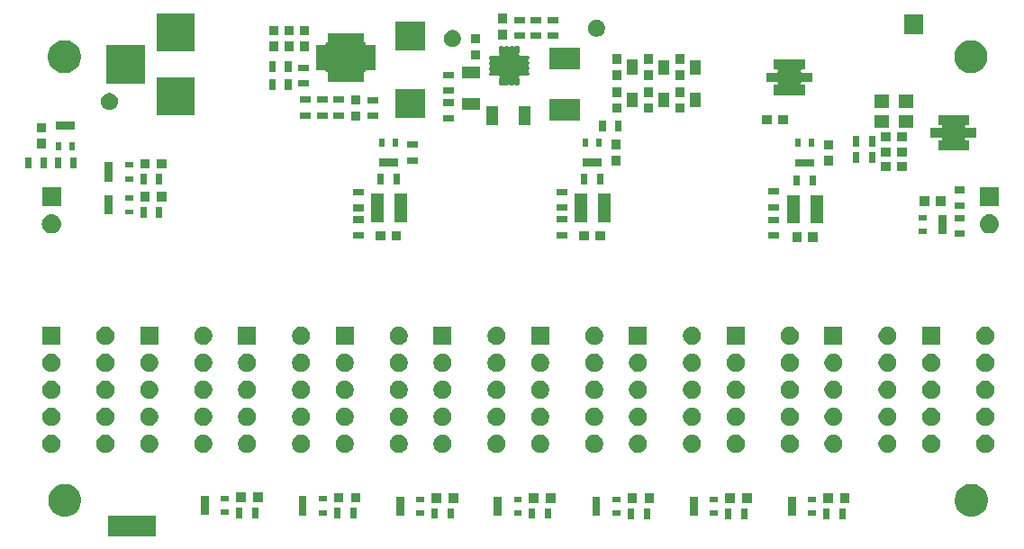
<source format=gbr>
G04 #@! TF.GenerationSoftware,KiCad,Pcbnew,(5.1.4)-1*
G04 #@! TF.CreationDate,2019-12-15T14:44:31-06:00*
G04 #@! TF.ProjectId,Incrementor,496e6372-656d-4656-9e74-6f722e6b6963,rev?*
G04 #@! TF.SameCoordinates,Original*
G04 #@! TF.FileFunction,Soldermask,Top*
G04 #@! TF.FilePolarity,Negative*
%FSLAX46Y46*%
G04 Gerber Fmt 4.6, Leading zero omitted, Abs format (unit mm)*
G04 Created by KiCad (PCBNEW (5.1.4)-1) date 2019-12-15 14:44:31*
%MOMM*%
%LPD*%
G04 APERTURE LIST*
%ADD10C,0.100000*%
G04 APERTURE END LIST*
D10*
G36*
X86334600Y-108661200D02*
G01*
X81864200Y-108661200D01*
X81864200Y-106781600D01*
X86334600Y-106781600D01*
X86334600Y-108661200D01*
G37*
X86334600Y-108661200D02*
X81864200Y-108661200D01*
X81864200Y-106781600D01*
X86334600Y-106781600D01*
X86334600Y-108661200D01*
G36*
X151228500Y-107130200D02*
G01*
X150626500Y-107130200D01*
X150626500Y-106128200D01*
X151228500Y-106128200D01*
X151228500Y-107130200D01*
X151228500Y-107130200D01*
G37*
G36*
X149728500Y-107130200D02*
G01*
X149126500Y-107130200D01*
X149126500Y-106128200D01*
X149728500Y-106128200D01*
X149728500Y-107130200D01*
X149728500Y-107130200D01*
G37*
G36*
X140508300Y-107130200D02*
G01*
X139906300Y-107130200D01*
X139906300Y-106128200D01*
X140508300Y-106128200D01*
X140508300Y-107130200D01*
X140508300Y-107130200D01*
G37*
G36*
X142008300Y-107130200D02*
G01*
X141406300Y-107130200D01*
X141406300Y-106128200D01*
X142008300Y-106128200D01*
X142008300Y-107130200D01*
X142008300Y-107130200D01*
G37*
G36*
X131338900Y-107117500D02*
G01*
X130736900Y-107117500D01*
X130736900Y-106115500D01*
X131338900Y-106115500D01*
X131338900Y-107117500D01*
X131338900Y-107117500D01*
G37*
G36*
X132838900Y-107117500D02*
G01*
X132236900Y-107117500D01*
X132236900Y-106115500D01*
X132838900Y-106115500D01*
X132838900Y-107117500D01*
X132838900Y-107117500D01*
G37*
G36*
X122067900Y-107104800D02*
G01*
X121465900Y-107104800D01*
X121465900Y-106102800D01*
X122067900Y-106102800D01*
X122067900Y-107104800D01*
X122067900Y-107104800D01*
G37*
G36*
X114411200Y-107104800D02*
G01*
X113809200Y-107104800D01*
X113809200Y-106102800D01*
X114411200Y-106102800D01*
X114411200Y-107104800D01*
X114411200Y-107104800D01*
G37*
G36*
X112911200Y-107104800D02*
G01*
X112309200Y-107104800D01*
X112309200Y-106102800D01*
X112911200Y-106102800D01*
X112911200Y-107104800D01*
X112911200Y-107104800D01*
G37*
G36*
X123567900Y-107104800D02*
G01*
X122965900Y-107104800D01*
X122965900Y-106102800D01*
X123567900Y-106102800D01*
X123567900Y-107104800D01*
X123567900Y-107104800D01*
G37*
G36*
X103741800Y-107079400D02*
G01*
X103139800Y-107079400D01*
X103139800Y-106077400D01*
X103741800Y-106077400D01*
X103741800Y-107079400D01*
X103741800Y-107079400D01*
G37*
G36*
X105241800Y-107079400D02*
G01*
X104639800Y-107079400D01*
X104639800Y-106077400D01*
X105241800Y-106077400D01*
X105241800Y-107079400D01*
X105241800Y-107079400D01*
G37*
G36*
X96034300Y-107041300D02*
G01*
X95432300Y-107041300D01*
X95432300Y-106039300D01*
X96034300Y-106039300D01*
X96034300Y-107041300D01*
X96034300Y-107041300D01*
G37*
G36*
X94534300Y-107041300D02*
G01*
X93932300Y-107041300D01*
X93932300Y-106039300D01*
X94534300Y-106039300D01*
X94534300Y-107041300D01*
X94534300Y-107041300D01*
G37*
G36*
X78128185Y-103838002D02*
G01*
X78278010Y-103867804D01*
X78560274Y-103984721D01*
X78814305Y-104154459D01*
X79030341Y-104370495D01*
X79200079Y-104624526D01*
X79316996Y-104906790D01*
X79336392Y-105004300D01*
X79376600Y-105206439D01*
X79376600Y-105511961D01*
X79365274Y-105568900D01*
X79316996Y-105811610D01*
X79200079Y-106093874D01*
X79030341Y-106347905D01*
X78814305Y-106563941D01*
X78560274Y-106733679D01*
X78278010Y-106850596D01*
X78128185Y-106880398D01*
X77978361Y-106910200D01*
X77672839Y-106910200D01*
X77523015Y-106880398D01*
X77373190Y-106850596D01*
X77090926Y-106733679D01*
X76836895Y-106563941D01*
X76620859Y-106347905D01*
X76451121Y-106093874D01*
X76334204Y-105811610D01*
X76285926Y-105568900D01*
X76274600Y-105511961D01*
X76274600Y-105206439D01*
X76314808Y-105004300D01*
X76334204Y-104906790D01*
X76451121Y-104624526D01*
X76620859Y-104370495D01*
X76836895Y-104154459D01*
X77090926Y-103984721D01*
X77373190Y-103867804D01*
X77523015Y-103838002D01*
X77672839Y-103808200D01*
X77978361Y-103808200D01*
X78128185Y-103838002D01*
X78128185Y-103838002D01*
G37*
G36*
X163370585Y-103838002D02*
G01*
X163520410Y-103867804D01*
X163802674Y-103984721D01*
X164056705Y-104154459D01*
X164272741Y-104370495D01*
X164442479Y-104624526D01*
X164559396Y-104906790D01*
X164578792Y-105004300D01*
X164619000Y-105206439D01*
X164619000Y-105511961D01*
X164607674Y-105568900D01*
X164559396Y-105811610D01*
X164442479Y-106093874D01*
X164272741Y-106347905D01*
X164056705Y-106563941D01*
X163802674Y-106733679D01*
X163520410Y-106850596D01*
X163370585Y-106880398D01*
X163220761Y-106910200D01*
X162915239Y-106910200D01*
X162765415Y-106880398D01*
X162615590Y-106850596D01*
X162333326Y-106733679D01*
X162079295Y-106563941D01*
X161863259Y-106347905D01*
X161693521Y-106093874D01*
X161576604Y-105811610D01*
X161528326Y-105568900D01*
X161517000Y-105511961D01*
X161517000Y-105206439D01*
X161557208Y-105004300D01*
X161576604Y-104906790D01*
X161693521Y-104624526D01*
X161863259Y-104370495D01*
X162079295Y-104154459D01*
X162333326Y-103984721D01*
X162615590Y-103867804D01*
X162765415Y-103838002D01*
X162915239Y-103808200D01*
X163220761Y-103808200D01*
X163370585Y-103838002D01*
X163370585Y-103838002D01*
G37*
G36*
X137335300Y-106831700D02*
G01*
X136583300Y-106831700D01*
X136583300Y-105029700D01*
X137335300Y-105029700D01*
X137335300Y-106831700D01*
X137335300Y-106831700D01*
G37*
G36*
X139235300Y-106831700D02*
G01*
X138483300Y-106831700D01*
X138483300Y-106329700D01*
X139235300Y-106329700D01*
X139235300Y-106831700D01*
X139235300Y-106831700D01*
G37*
G36*
X148455500Y-106831700D02*
G01*
X147703500Y-106831700D01*
X147703500Y-106329700D01*
X148455500Y-106329700D01*
X148455500Y-106831700D01*
X148455500Y-106831700D01*
G37*
G36*
X146555500Y-106831700D02*
G01*
X145803500Y-106831700D01*
X145803500Y-105029700D01*
X146555500Y-105029700D01*
X146555500Y-106831700D01*
X146555500Y-106831700D01*
G37*
G36*
X128165900Y-106819000D02*
G01*
X127413900Y-106819000D01*
X127413900Y-105017000D01*
X128165900Y-105017000D01*
X128165900Y-106819000D01*
X128165900Y-106819000D01*
G37*
G36*
X130065900Y-106819000D02*
G01*
X129313900Y-106819000D01*
X129313900Y-106317000D01*
X130065900Y-106317000D01*
X130065900Y-106819000D01*
X130065900Y-106819000D01*
G37*
G36*
X109738200Y-106806300D02*
G01*
X108986200Y-106806300D01*
X108986200Y-105004300D01*
X109738200Y-105004300D01*
X109738200Y-106806300D01*
X109738200Y-106806300D01*
G37*
G36*
X111638200Y-106806300D02*
G01*
X110886200Y-106806300D01*
X110886200Y-106304300D01*
X111638200Y-106304300D01*
X111638200Y-106806300D01*
X111638200Y-106806300D01*
G37*
G36*
X118894900Y-106806300D02*
G01*
X118142900Y-106806300D01*
X118142900Y-105004300D01*
X118894900Y-105004300D01*
X118894900Y-106806300D01*
X118894900Y-106806300D01*
G37*
G36*
X120794900Y-106806300D02*
G01*
X120042900Y-106806300D01*
X120042900Y-106304300D01*
X120794900Y-106304300D01*
X120794900Y-106806300D01*
X120794900Y-106806300D01*
G37*
G36*
X102468800Y-106780900D02*
G01*
X101716800Y-106780900D01*
X101716800Y-106278900D01*
X102468800Y-106278900D01*
X102468800Y-106780900D01*
X102468800Y-106780900D01*
G37*
G36*
X100568800Y-106780900D02*
G01*
X99816800Y-106780900D01*
X99816800Y-104978900D01*
X100568800Y-104978900D01*
X100568800Y-106780900D01*
X100568800Y-106780900D01*
G37*
G36*
X91358800Y-106742800D02*
G01*
X90606800Y-106742800D01*
X90606800Y-104940800D01*
X91358800Y-104940800D01*
X91358800Y-106742800D01*
X91358800Y-106742800D01*
G37*
G36*
X93258800Y-106742800D02*
G01*
X92506800Y-106742800D01*
X92506800Y-106240800D01*
X93258800Y-106240800D01*
X93258800Y-106742800D01*
X93258800Y-106742800D01*
G37*
G36*
X150019000Y-105619700D02*
G01*
X149117000Y-105619700D01*
X149117000Y-104717700D01*
X150019000Y-104717700D01*
X150019000Y-105619700D01*
X150019000Y-105619700D01*
G37*
G36*
X140798800Y-105619700D02*
G01*
X139896800Y-105619700D01*
X139896800Y-104717700D01*
X140798800Y-104717700D01*
X140798800Y-105619700D01*
X140798800Y-105619700D01*
G37*
G36*
X142398800Y-105619700D02*
G01*
X141496800Y-105619700D01*
X141496800Y-104717700D01*
X142398800Y-104717700D01*
X142398800Y-105619700D01*
X142398800Y-105619700D01*
G37*
G36*
X151619000Y-105619700D02*
G01*
X150717000Y-105619700D01*
X150717000Y-104717700D01*
X151619000Y-104717700D01*
X151619000Y-105619700D01*
X151619000Y-105619700D01*
G37*
G36*
X131629400Y-105607000D02*
G01*
X130727400Y-105607000D01*
X130727400Y-104705000D01*
X131629400Y-104705000D01*
X131629400Y-105607000D01*
X131629400Y-105607000D01*
G37*
G36*
X133229400Y-105607000D02*
G01*
X132327400Y-105607000D01*
X132327400Y-104705000D01*
X133229400Y-104705000D01*
X133229400Y-105607000D01*
X133229400Y-105607000D01*
G37*
G36*
X113201700Y-105594300D02*
G01*
X112299700Y-105594300D01*
X112299700Y-104692300D01*
X113201700Y-104692300D01*
X113201700Y-105594300D01*
X113201700Y-105594300D01*
G37*
G36*
X114801700Y-105594300D02*
G01*
X113899700Y-105594300D01*
X113899700Y-104692300D01*
X114801700Y-104692300D01*
X114801700Y-105594300D01*
X114801700Y-105594300D01*
G37*
G36*
X122358400Y-105594300D02*
G01*
X121456400Y-105594300D01*
X121456400Y-104692300D01*
X122358400Y-104692300D01*
X122358400Y-105594300D01*
X122358400Y-105594300D01*
G37*
G36*
X123958400Y-105594300D02*
G01*
X123056400Y-105594300D01*
X123056400Y-104692300D01*
X123958400Y-104692300D01*
X123958400Y-105594300D01*
X123958400Y-105594300D01*
G37*
G36*
X105632300Y-105568900D02*
G01*
X104730300Y-105568900D01*
X104730300Y-104666900D01*
X105632300Y-104666900D01*
X105632300Y-105568900D01*
X105632300Y-105568900D01*
G37*
G36*
X104032300Y-105568900D02*
G01*
X103130300Y-105568900D01*
X103130300Y-104666900D01*
X104032300Y-104666900D01*
X104032300Y-105568900D01*
X104032300Y-105568900D01*
G37*
G36*
X139235300Y-105531700D02*
G01*
X138483300Y-105531700D01*
X138483300Y-105029700D01*
X139235300Y-105029700D01*
X139235300Y-105531700D01*
X139235300Y-105531700D01*
G37*
G36*
X148455500Y-105531700D02*
G01*
X147703500Y-105531700D01*
X147703500Y-105029700D01*
X148455500Y-105029700D01*
X148455500Y-105531700D01*
X148455500Y-105531700D01*
G37*
G36*
X94824800Y-105530800D02*
G01*
X93922800Y-105530800D01*
X93922800Y-104628800D01*
X94824800Y-104628800D01*
X94824800Y-105530800D01*
X94824800Y-105530800D01*
G37*
G36*
X96424800Y-105530800D02*
G01*
X95522800Y-105530800D01*
X95522800Y-104628800D01*
X96424800Y-104628800D01*
X96424800Y-105530800D01*
X96424800Y-105530800D01*
G37*
G36*
X130065900Y-105519000D02*
G01*
X129313900Y-105519000D01*
X129313900Y-105017000D01*
X130065900Y-105017000D01*
X130065900Y-105519000D01*
X130065900Y-105519000D01*
G37*
G36*
X120794900Y-105506300D02*
G01*
X120042900Y-105506300D01*
X120042900Y-105004300D01*
X120794900Y-105004300D01*
X120794900Y-105506300D01*
X120794900Y-105506300D01*
G37*
G36*
X111638200Y-105506300D02*
G01*
X110886200Y-105506300D01*
X110886200Y-105004300D01*
X111638200Y-105004300D01*
X111638200Y-105506300D01*
X111638200Y-105506300D01*
G37*
G36*
X102468800Y-105480900D02*
G01*
X101716800Y-105480900D01*
X101716800Y-104978900D01*
X102468800Y-104978900D01*
X102468800Y-105480900D01*
X102468800Y-105480900D01*
G37*
G36*
X93258800Y-105442800D02*
G01*
X92506800Y-105442800D01*
X92506800Y-104940800D01*
X93258800Y-104940800D01*
X93258800Y-105442800D01*
X93258800Y-105442800D01*
G37*
G36*
X146231628Y-99219603D02*
G01*
X146386500Y-99283753D01*
X146525881Y-99376885D01*
X146644415Y-99495419D01*
X146737547Y-99634800D01*
X146801697Y-99789672D01*
X146834400Y-99954084D01*
X146834400Y-100121716D01*
X146801697Y-100286128D01*
X146737547Y-100441000D01*
X146644415Y-100580381D01*
X146525881Y-100698915D01*
X146386500Y-100792047D01*
X146231628Y-100856197D01*
X146067216Y-100888900D01*
X145899584Y-100888900D01*
X145735172Y-100856197D01*
X145580300Y-100792047D01*
X145440919Y-100698915D01*
X145322385Y-100580381D01*
X145229253Y-100441000D01*
X145165103Y-100286128D01*
X145132400Y-100121716D01*
X145132400Y-99954084D01*
X145165103Y-99789672D01*
X145229253Y-99634800D01*
X145322385Y-99495419D01*
X145440919Y-99376885D01*
X145580300Y-99283753D01*
X145735172Y-99219603D01*
X145899584Y-99186900D01*
X146067216Y-99186900D01*
X146231628Y-99219603D01*
X146231628Y-99219603D01*
G37*
G36*
X86011628Y-99219603D02*
G01*
X86166500Y-99283753D01*
X86305881Y-99376885D01*
X86424415Y-99495419D01*
X86517547Y-99634800D01*
X86581697Y-99789672D01*
X86614400Y-99954084D01*
X86614400Y-100121716D01*
X86581697Y-100286128D01*
X86517547Y-100441000D01*
X86424415Y-100580381D01*
X86305881Y-100698915D01*
X86166500Y-100792047D01*
X86011628Y-100856197D01*
X85847216Y-100888900D01*
X85679584Y-100888900D01*
X85515172Y-100856197D01*
X85360300Y-100792047D01*
X85220919Y-100698915D01*
X85102385Y-100580381D01*
X85009253Y-100441000D01*
X84945103Y-100286128D01*
X84912400Y-100121716D01*
X84912400Y-99954084D01*
X84945103Y-99789672D01*
X85009253Y-99634800D01*
X85102385Y-99495419D01*
X85220919Y-99376885D01*
X85360300Y-99283753D01*
X85515172Y-99219603D01*
X85679584Y-99186900D01*
X85847216Y-99186900D01*
X86011628Y-99219603D01*
X86011628Y-99219603D01*
G37*
G36*
X81901628Y-99219603D02*
G01*
X82056500Y-99283753D01*
X82195881Y-99376885D01*
X82314415Y-99495419D01*
X82407547Y-99634800D01*
X82471697Y-99789672D01*
X82504400Y-99954084D01*
X82504400Y-100121716D01*
X82471697Y-100286128D01*
X82407547Y-100441000D01*
X82314415Y-100580381D01*
X82195881Y-100698915D01*
X82056500Y-100792047D01*
X81901628Y-100856197D01*
X81737216Y-100888900D01*
X81569584Y-100888900D01*
X81405172Y-100856197D01*
X81250300Y-100792047D01*
X81110919Y-100698915D01*
X80992385Y-100580381D01*
X80899253Y-100441000D01*
X80835103Y-100286128D01*
X80802400Y-100121716D01*
X80802400Y-99954084D01*
X80835103Y-99789672D01*
X80899253Y-99634800D01*
X80992385Y-99495419D01*
X81110919Y-99376885D01*
X81250300Y-99283753D01*
X81405172Y-99219603D01*
X81569584Y-99186900D01*
X81737216Y-99186900D01*
X81901628Y-99219603D01*
X81901628Y-99219603D01*
G37*
G36*
X131961628Y-99219603D02*
G01*
X132116500Y-99283753D01*
X132255881Y-99376885D01*
X132374415Y-99495419D01*
X132467547Y-99634800D01*
X132531697Y-99789672D01*
X132564400Y-99954084D01*
X132564400Y-100121716D01*
X132531697Y-100286128D01*
X132467547Y-100441000D01*
X132374415Y-100580381D01*
X132255881Y-100698915D01*
X132116500Y-100792047D01*
X131961628Y-100856197D01*
X131797216Y-100888900D01*
X131629584Y-100888900D01*
X131465172Y-100856197D01*
X131310300Y-100792047D01*
X131170919Y-100698915D01*
X131052385Y-100580381D01*
X130959253Y-100441000D01*
X130895103Y-100286128D01*
X130862400Y-100121716D01*
X130862400Y-99954084D01*
X130895103Y-99789672D01*
X130959253Y-99634800D01*
X131052385Y-99495419D01*
X131170919Y-99376885D01*
X131310300Y-99283753D01*
X131465172Y-99219603D01*
X131629584Y-99186900D01*
X131797216Y-99186900D01*
X131961628Y-99219603D01*
X131961628Y-99219603D01*
G37*
G36*
X137041628Y-99219603D02*
G01*
X137196500Y-99283753D01*
X137335881Y-99376885D01*
X137454415Y-99495419D01*
X137547547Y-99634800D01*
X137611697Y-99789672D01*
X137644400Y-99954084D01*
X137644400Y-100121716D01*
X137611697Y-100286128D01*
X137547547Y-100441000D01*
X137454415Y-100580381D01*
X137335881Y-100698915D01*
X137196500Y-100792047D01*
X137041628Y-100856197D01*
X136877216Y-100888900D01*
X136709584Y-100888900D01*
X136545172Y-100856197D01*
X136390300Y-100792047D01*
X136250919Y-100698915D01*
X136132385Y-100580381D01*
X136039253Y-100441000D01*
X135975103Y-100286128D01*
X135942400Y-100121716D01*
X135942400Y-99954084D01*
X135975103Y-99789672D01*
X136039253Y-99634800D01*
X136132385Y-99495419D01*
X136250919Y-99376885D01*
X136390300Y-99283753D01*
X136545172Y-99219603D01*
X136709584Y-99186900D01*
X136877216Y-99186900D01*
X137041628Y-99219603D01*
X137041628Y-99219603D01*
G37*
G36*
X76821628Y-99219603D02*
G01*
X76976500Y-99283753D01*
X77115881Y-99376885D01*
X77234415Y-99495419D01*
X77327547Y-99634800D01*
X77391697Y-99789672D01*
X77424400Y-99954084D01*
X77424400Y-100121716D01*
X77391697Y-100286128D01*
X77327547Y-100441000D01*
X77234415Y-100580381D01*
X77115881Y-100698915D01*
X76976500Y-100792047D01*
X76821628Y-100856197D01*
X76657216Y-100888900D01*
X76489584Y-100888900D01*
X76325172Y-100856197D01*
X76170300Y-100792047D01*
X76030919Y-100698915D01*
X75912385Y-100580381D01*
X75819253Y-100441000D01*
X75755103Y-100286128D01*
X75722400Y-100121716D01*
X75722400Y-99954084D01*
X75755103Y-99789672D01*
X75819253Y-99634800D01*
X75912385Y-99495419D01*
X76030919Y-99376885D01*
X76170300Y-99283753D01*
X76325172Y-99219603D01*
X76489584Y-99186900D01*
X76657216Y-99186900D01*
X76821628Y-99219603D01*
X76821628Y-99219603D01*
G37*
G36*
X159531628Y-99219603D02*
G01*
X159686500Y-99283753D01*
X159825881Y-99376885D01*
X159944415Y-99495419D01*
X160037547Y-99634800D01*
X160101697Y-99789672D01*
X160134400Y-99954084D01*
X160134400Y-100121716D01*
X160101697Y-100286128D01*
X160037547Y-100441000D01*
X159944415Y-100580381D01*
X159825881Y-100698915D01*
X159686500Y-100792047D01*
X159531628Y-100856197D01*
X159367216Y-100888900D01*
X159199584Y-100888900D01*
X159035172Y-100856197D01*
X158880300Y-100792047D01*
X158740919Y-100698915D01*
X158622385Y-100580381D01*
X158529253Y-100441000D01*
X158465103Y-100286128D01*
X158432400Y-100121716D01*
X158432400Y-99954084D01*
X158465103Y-99789672D01*
X158529253Y-99634800D01*
X158622385Y-99495419D01*
X158740919Y-99376885D01*
X158880300Y-99283753D01*
X159035172Y-99219603D01*
X159199584Y-99186900D01*
X159367216Y-99186900D01*
X159531628Y-99219603D01*
X159531628Y-99219603D01*
G37*
G36*
X150341628Y-99219603D02*
G01*
X150496500Y-99283753D01*
X150635881Y-99376885D01*
X150754415Y-99495419D01*
X150847547Y-99634800D01*
X150911697Y-99789672D01*
X150944400Y-99954084D01*
X150944400Y-100121716D01*
X150911697Y-100286128D01*
X150847547Y-100441000D01*
X150754415Y-100580381D01*
X150635881Y-100698915D01*
X150496500Y-100792047D01*
X150341628Y-100856197D01*
X150177216Y-100888900D01*
X150009584Y-100888900D01*
X149845172Y-100856197D01*
X149690300Y-100792047D01*
X149550919Y-100698915D01*
X149432385Y-100580381D01*
X149339253Y-100441000D01*
X149275103Y-100286128D01*
X149242400Y-100121716D01*
X149242400Y-99954084D01*
X149275103Y-99789672D01*
X149339253Y-99634800D01*
X149432385Y-99495419D01*
X149550919Y-99376885D01*
X149690300Y-99283753D01*
X149845172Y-99219603D01*
X150009584Y-99186900D01*
X150177216Y-99186900D01*
X150341628Y-99219603D01*
X150341628Y-99219603D01*
G37*
G36*
X164611628Y-99219603D02*
G01*
X164766500Y-99283753D01*
X164905881Y-99376885D01*
X165024415Y-99495419D01*
X165117547Y-99634800D01*
X165181697Y-99789672D01*
X165214400Y-99954084D01*
X165214400Y-100121716D01*
X165181697Y-100286128D01*
X165117547Y-100441000D01*
X165024415Y-100580381D01*
X164905881Y-100698915D01*
X164766500Y-100792047D01*
X164611628Y-100856197D01*
X164447216Y-100888900D01*
X164279584Y-100888900D01*
X164115172Y-100856197D01*
X163960300Y-100792047D01*
X163820919Y-100698915D01*
X163702385Y-100580381D01*
X163609253Y-100441000D01*
X163545103Y-100286128D01*
X163512400Y-100121716D01*
X163512400Y-99954084D01*
X163545103Y-99789672D01*
X163609253Y-99634800D01*
X163702385Y-99495419D01*
X163820919Y-99376885D01*
X163960300Y-99283753D01*
X164115172Y-99219603D01*
X164279584Y-99186900D01*
X164447216Y-99186900D01*
X164611628Y-99219603D01*
X164611628Y-99219603D01*
G37*
G36*
X155421628Y-99219603D02*
G01*
X155576500Y-99283753D01*
X155715881Y-99376885D01*
X155834415Y-99495419D01*
X155927547Y-99634800D01*
X155991697Y-99789672D01*
X156024400Y-99954084D01*
X156024400Y-100121716D01*
X155991697Y-100286128D01*
X155927547Y-100441000D01*
X155834415Y-100580381D01*
X155715881Y-100698915D01*
X155576500Y-100792047D01*
X155421628Y-100856197D01*
X155257216Y-100888900D01*
X155089584Y-100888900D01*
X154925172Y-100856197D01*
X154770300Y-100792047D01*
X154630919Y-100698915D01*
X154512385Y-100580381D01*
X154419253Y-100441000D01*
X154355103Y-100286128D01*
X154322400Y-100121716D01*
X154322400Y-99954084D01*
X154355103Y-99789672D01*
X154419253Y-99634800D01*
X154512385Y-99495419D01*
X154630919Y-99376885D01*
X154770300Y-99283753D01*
X154925172Y-99219603D01*
X155089584Y-99186900D01*
X155257216Y-99186900D01*
X155421628Y-99219603D01*
X155421628Y-99219603D01*
G37*
G36*
X91091628Y-99219603D02*
G01*
X91246500Y-99283753D01*
X91385881Y-99376885D01*
X91504415Y-99495419D01*
X91597547Y-99634800D01*
X91661697Y-99789672D01*
X91694400Y-99954084D01*
X91694400Y-100121716D01*
X91661697Y-100286128D01*
X91597547Y-100441000D01*
X91504415Y-100580381D01*
X91385881Y-100698915D01*
X91246500Y-100792047D01*
X91091628Y-100856197D01*
X90927216Y-100888900D01*
X90759584Y-100888900D01*
X90595172Y-100856197D01*
X90440300Y-100792047D01*
X90300919Y-100698915D01*
X90182385Y-100580381D01*
X90089253Y-100441000D01*
X90025103Y-100286128D01*
X89992400Y-100121716D01*
X89992400Y-99954084D01*
X90025103Y-99789672D01*
X90089253Y-99634800D01*
X90182385Y-99495419D01*
X90300919Y-99376885D01*
X90440300Y-99283753D01*
X90595172Y-99219603D01*
X90759584Y-99186900D01*
X90927216Y-99186900D01*
X91091628Y-99219603D01*
X91091628Y-99219603D01*
G37*
G36*
X95201628Y-99219603D02*
G01*
X95356500Y-99283753D01*
X95495881Y-99376885D01*
X95614415Y-99495419D01*
X95707547Y-99634800D01*
X95771697Y-99789672D01*
X95804400Y-99954084D01*
X95804400Y-100121716D01*
X95771697Y-100286128D01*
X95707547Y-100441000D01*
X95614415Y-100580381D01*
X95495881Y-100698915D01*
X95356500Y-100792047D01*
X95201628Y-100856197D01*
X95037216Y-100888900D01*
X94869584Y-100888900D01*
X94705172Y-100856197D01*
X94550300Y-100792047D01*
X94410919Y-100698915D01*
X94292385Y-100580381D01*
X94199253Y-100441000D01*
X94135103Y-100286128D01*
X94102400Y-100121716D01*
X94102400Y-99954084D01*
X94135103Y-99789672D01*
X94199253Y-99634800D01*
X94292385Y-99495419D01*
X94410919Y-99376885D01*
X94550300Y-99283753D01*
X94705172Y-99219603D01*
X94869584Y-99186900D01*
X95037216Y-99186900D01*
X95201628Y-99219603D01*
X95201628Y-99219603D01*
G37*
G36*
X100281628Y-99219603D02*
G01*
X100436500Y-99283753D01*
X100575881Y-99376885D01*
X100694415Y-99495419D01*
X100787547Y-99634800D01*
X100851697Y-99789672D01*
X100884400Y-99954084D01*
X100884400Y-100121716D01*
X100851697Y-100286128D01*
X100787547Y-100441000D01*
X100694415Y-100580381D01*
X100575881Y-100698915D01*
X100436500Y-100792047D01*
X100281628Y-100856197D01*
X100117216Y-100888900D01*
X99949584Y-100888900D01*
X99785172Y-100856197D01*
X99630300Y-100792047D01*
X99490919Y-100698915D01*
X99372385Y-100580381D01*
X99279253Y-100441000D01*
X99215103Y-100286128D01*
X99182400Y-100121716D01*
X99182400Y-99954084D01*
X99215103Y-99789672D01*
X99279253Y-99634800D01*
X99372385Y-99495419D01*
X99490919Y-99376885D01*
X99630300Y-99283753D01*
X99785172Y-99219603D01*
X99949584Y-99186900D01*
X100117216Y-99186900D01*
X100281628Y-99219603D01*
X100281628Y-99219603D01*
G37*
G36*
X104391628Y-99219603D02*
G01*
X104546500Y-99283753D01*
X104685881Y-99376885D01*
X104804415Y-99495419D01*
X104897547Y-99634800D01*
X104961697Y-99789672D01*
X104994400Y-99954084D01*
X104994400Y-100121716D01*
X104961697Y-100286128D01*
X104897547Y-100441000D01*
X104804415Y-100580381D01*
X104685881Y-100698915D01*
X104546500Y-100792047D01*
X104391628Y-100856197D01*
X104227216Y-100888900D01*
X104059584Y-100888900D01*
X103895172Y-100856197D01*
X103740300Y-100792047D01*
X103600919Y-100698915D01*
X103482385Y-100580381D01*
X103389253Y-100441000D01*
X103325103Y-100286128D01*
X103292400Y-100121716D01*
X103292400Y-99954084D01*
X103325103Y-99789672D01*
X103389253Y-99634800D01*
X103482385Y-99495419D01*
X103600919Y-99376885D01*
X103740300Y-99283753D01*
X103895172Y-99219603D01*
X104059584Y-99186900D01*
X104227216Y-99186900D01*
X104391628Y-99219603D01*
X104391628Y-99219603D01*
G37*
G36*
X109471628Y-99219603D02*
G01*
X109626500Y-99283753D01*
X109765881Y-99376885D01*
X109884415Y-99495419D01*
X109977547Y-99634800D01*
X110041697Y-99789672D01*
X110074400Y-99954084D01*
X110074400Y-100121716D01*
X110041697Y-100286128D01*
X109977547Y-100441000D01*
X109884415Y-100580381D01*
X109765881Y-100698915D01*
X109626500Y-100792047D01*
X109471628Y-100856197D01*
X109307216Y-100888900D01*
X109139584Y-100888900D01*
X108975172Y-100856197D01*
X108820300Y-100792047D01*
X108680919Y-100698915D01*
X108562385Y-100580381D01*
X108469253Y-100441000D01*
X108405103Y-100286128D01*
X108372400Y-100121716D01*
X108372400Y-99954084D01*
X108405103Y-99789672D01*
X108469253Y-99634800D01*
X108562385Y-99495419D01*
X108680919Y-99376885D01*
X108820300Y-99283753D01*
X108975172Y-99219603D01*
X109139584Y-99186900D01*
X109307216Y-99186900D01*
X109471628Y-99219603D01*
X109471628Y-99219603D01*
G37*
G36*
X113581628Y-99219603D02*
G01*
X113736500Y-99283753D01*
X113875881Y-99376885D01*
X113994415Y-99495419D01*
X114087547Y-99634800D01*
X114151697Y-99789672D01*
X114184400Y-99954084D01*
X114184400Y-100121716D01*
X114151697Y-100286128D01*
X114087547Y-100441000D01*
X113994415Y-100580381D01*
X113875881Y-100698915D01*
X113736500Y-100792047D01*
X113581628Y-100856197D01*
X113417216Y-100888900D01*
X113249584Y-100888900D01*
X113085172Y-100856197D01*
X112930300Y-100792047D01*
X112790919Y-100698915D01*
X112672385Y-100580381D01*
X112579253Y-100441000D01*
X112515103Y-100286128D01*
X112482400Y-100121716D01*
X112482400Y-99954084D01*
X112515103Y-99789672D01*
X112579253Y-99634800D01*
X112672385Y-99495419D01*
X112790919Y-99376885D01*
X112930300Y-99283753D01*
X113085172Y-99219603D01*
X113249584Y-99186900D01*
X113417216Y-99186900D01*
X113581628Y-99219603D01*
X113581628Y-99219603D01*
G37*
G36*
X122771628Y-99219603D02*
G01*
X122926500Y-99283753D01*
X123065881Y-99376885D01*
X123184415Y-99495419D01*
X123277547Y-99634800D01*
X123341697Y-99789672D01*
X123374400Y-99954084D01*
X123374400Y-100121716D01*
X123341697Y-100286128D01*
X123277547Y-100441000D01*
X123184415Y-100580381D01*
X123065881Y-100698915D01*
X122926500Y-100792047D01*
X122771628Y-100856197D01*
X122607216Y-100888900D01*
X122439584Y-100888900D01*
X122275172Y-100856197D01*
X122120300Y-100792047D01*
X121980919Y-100698915D01*
X121862385Y-100580381D01*
X121769253Y-100441000D01*
X121705103Y-100286128D01*
X121672400Y-100121716D01*
X121672400Y-99954084D01*
X121705103Y-99789672D01*
X121769253Y-99634800D01*
X121862385Y-99495419D01*
X121980919Y-99376885D01*
X122120300Y-99283753D01*
X122275172Y-99219603D01*
X122439584Y-99186900D01*
X122607216Y-99186900D01*
X122771628Y-99219603D01*
X122771628Y-99219603D01*
G37*
G36*
X118661628Y-99219603D02*
G01*
X118816500Y-99283753D01*
X118955881Y-99376885D01*
X119074415Y-99495419D01*
X119167547Y-99634800D01*
X119231697Y-99789672D01*
X119264400Y-99954084D01*
X119264400Y-100121716D01*
X119231697Y-100286128D01*
X119167547Y-100441000D01*
X119074415Y-100580381D01*
X118955881Y-100698915D01*
X118816500Y-100792047D01*
X118661628Y-100856197D01*
X118497216Y-100888900D01*
X118329584Y-100888900D01*
X118165172Y-100856197D01*
X118010300Y-100792047D01*
X117870919Y-100698915D01*
X117752385Y-100580381D01*
X117659253Y-100441000D01*
X117595103Y-100286128D01*
X117562400Y-100121716D01*
X117562400Y-99954084D01*
X117595103Y-99789672D01*
X117659253Y-99634800D01*
X117752385Y-99495419D01*
X117870919Y-99376885D01*
X118010300Y-99283753D01*
X118165172Y-99219603D01*
X118329584Y-99186900D01*
X118497216Y-99186900D01*
X118661628Y-99219603D01*
X118661628Y-99219603D01*
G37*
G36*
X127851628Y-99219603D02*
G01*
X128006500Y-99283753D01*
X128145881Y-99376885D01*
X128264415Y-99495419D01*
X128357547Y-99634800D01*
X128421697Y-99789672D01*
X128454400Y-99954084D01*
X128454400Y-100121716D01*
X128421697Y-100286128D01*
X128357547Y-100441000D01*
X128264415Y-100580381D01*
X128145881Y-100698915D01*
X128006500Y-100792047D01*
X127851628Y-100856197D01*
X127687216Y-100888900D01*
X127519584Y-100888900D01*
X127355172Y-100856197D01*
X127200300Y-100792047D01*
X127060919Y-100698915D01*
X126942385Y-100580381D01*
X126849253Y-100441000D01*
X126785103Y-100286128D01*
X126752400Y-100121716D01*
X126752400Y-99954084D01*
X126785103Y-99789672D01*
X126849253Y-99634800D01*
X126942385Y-99495419D01*
X127060919Y-99376885D01*
X127200300Y-99283753D01*
X127355172Y-99219603D01*
X127519584Y-99186900D01*
X127687216Y-99186900D01*
X127851628Y-99219603D01*
X127851628Y-99219603D01*
G37*
G36*
X141151628Y-99219603D02*
G01*
X141306500Y-99283753D01*
X141445881Y-99376885D01*
X141564415Y-99495419D01*
X141657547Y-99634800D01*
X141721697Y-99789672D01*
X141754400Y-99954084D01*
X141754400Y-100121716D01*
X141721697Y-100286128D01*
X141657547Y-100441000D01*
X141564415Y-100580381D01*
X141445881Y-100698915D01*
X141306500Y-100792047D01*
X141151628Y-100856197D01*
X140987216Y-100888900D01*
X140819584Y-100888900D01*
X140655172Y-100856197D01*
X140500300Y-100792047D01*
X140360919Y-100698915D01*
X140242385Y-100580381D01*
X140149253Y-100441000D01*
X140085103Y-100286128D01*
X140052400Y-100121716D01*
X140052400Y-99954084D01*
X140085103Y-99789672D01*
X140149253Y-99634800D01*
X140242385Y-99495419D01*
X140360919Y-99376885D01*
X140500300Y-99283753D01*
X140655172Y-99219603D01*
X140819584Y-99186900D01*
X140987216Y-99186900D01*
X141151628Y-99219603D01*
X141151628Y-99219603D01*
G37*
G36*
X150341628Y-96679603D02*
G01*
X150496500Y-96743753D01*
X150635881Y-96836885D01*
X150754415Y-96955419D01*
X150847547Y-97094800D01*
X150911697Y-97249672D01*
X150944400Y-97414084D01*
X150944400Y-97581716D01*
X150911697Y-97746128D01*
X150847547Y-97901000D01*
X150754415Y-98040381D01*
X150635881Y-98158915D01*
X150496500Y-98252047D01*
X150341628Y-98316197D01*
X150177216Y-98348900D01*
X150009584Y-98348900D01*
X149845172Y-98316197D01*
X149690300Y-98252047D01*
X149550919Y-98158915D01*
X149432385Y-98040381D01*
X149339253Y-97901000D01*
X149275103Y-97746128D01*
X149242400Y-97581716D01*
X149242400Y-97414084D01*
X149275103Y-97249672D01*
X149339253Y-97094800D01*
X149432385Y-96955419D01*
X149550919Y-96836885D01*
X149690300Y-96743753D01*
X149845172Y-96679603D01*
X150009584Y-96646900D01*
X150177216Y-96646900D01*
X150341628Y-96679603D01*
X150341628Y-96679603D01*
G37*
G36*
X95201628Y-96679603D02*
G01*
X95356500Y-96743753D01*
X95495881Y-96836885D01*
X95614415Y-96955419D01*
X95707547Y-97094800D01*
X95771697Y-97249672D01*
X95804400Y-97414084D01*
X95804400Y-97581716D01*
X95771697Y-97746128D01*
X95707547Y-97901000D01*
X95614415Y-98040381D01*
X95495881Y-98158915D01*
X95356500Y-98252047D01*
X95201628Y-98316197D01*
X95037216Y-98348900D01*
X94869584Y-98348900D01*
X94705172Y-98316197D01*
X94550300Y-98252047D01*
X94410919Y-98158915D01*
X94292385Y-98040381D01*
X94199253Y-97901000D01*
X94135103Y-97746128D01*
X94102400Y-97581716D01*
X94102400Y-97414084D01*
X94135103Y-97249672D01*
X94199253Y-97094800D01*
X94292385Y-96955419D01*
X94410919Y-96836885D01*
X94550300Y-96743753D01*
X94705172Y-96679603D01*
X94869584Y-96646900D01*
X95037216Y-96646900D01*
X95201628Y-96679603D01*
X95201628Y-96679603D01*
G37*
G36*
X122771628Y-96679603D02*
G01*
X122926500Y-96743753D01*
X123065881Y-96836885D01*
X123184415Y-96955419D01*
X123277547Y-97094800D01*
X123341697Y-97249672D01*
X123374400Y-97414084D01*
X123374400Y-97581716D01*
X123341697Y-97746128D01*
X123277547Y-97901000D01*
X123184415Y-98040381D01*
X123065881Y-98158915D01*
X122926500Y-98252047D01*
X122771628Y-98316197D01*
X122607216Y-98348900D01*
X122439584Y-98348900D01*
X122275172Y-98316197D01*
X122120300Y-98252047D01*
X121980919Y-98158915D01*
X121862385Y-98040381D01*
X121769253Y-97901000D01*
X121705103Y-97746128D01*
X121672400Y-97581716D01*
X121672400Y-97414084D01*
X121705103Y-97249672D01*
X121769253Y-97094800D01*
X121862385Y-96955419D01*
X121980919Y-96836885D01*
X122120300Y-96743753D01*
X122275172Y-96679603D01*
X122439584Y-96646900D01*
X122607216Y-96646900D01*
X122771628Y-96679603D01*
X122771628Y-96679603D01*
G37*
G36*
X137041628Y-96679603D02*
G01*
X137196500Y-96743753D01*
X137335881Y-96836885D01*
X137454415Y-96955419D01*
X137547547Y-97094800D01*
X137611697Y-97249672D01*
X137644400Y-97414084D01*
X137644400Y-97581716D01*
X137611697Y-97746128D01*
X137547547Y-97901000D01*
X137454415Y-98040381D01*
X137335881Y-98158915D01*
X137196500Y-98252047D01*
X137041628Y-98316197D01*
X136877216Y-98348900D01*
X136709584Y-98348900D01*
X136545172Y-98316197D01*
X136390300Y-98252047D01*
X136250919Y-98158915D01*
X136132385Y-98040381D01*
X136039253Y-97901000D01*
X135975103Y-97746128D01*
X135942400Y-97581716D01*
X135942400Y-97414084D01*
X135975103Y-97249672D01*
X136039253Y-97094800D01*
X136132385Y-96955419D01*
X136250919Y-96836885D01*
X136390300Y-96743753D01*
X136545172Y-96679603D01*
X136709584Y-96646900D01*
X136877216Y-96646900D01*
X137041628Y-96679603D01*
X137041628Y-96679603D01*
G37*
G36*
X131961628Y-96679603D02*
G01*
X132116500Y-96743753D01*
X132255881Y-96836885D01*
X132374415Y-96955419D01*
X132467547Y-97094800D01*
X132531697Y-97249672D01*
X132564400Y-97414084D01*
X132564400Y-97581716D01*
X132531697Y-97746128D01*
X132467547Y-97901000D01*
X132374415Y-98040381D01*
X132255881Y-98158915D01*
X132116500Y-98252047D01*
X131961628Y-98316197D01*
X131797216Y-98348900D01*
X131629584Y-98348900D01*
X131465172Y-98316197D01*
X131310300Y-98252047D01*
X131170919Y-98158915D01*
X131052385Y-98040381D01*
X130959253Y-97901000D01*
X130895103Y-97746128D01*
X130862400Y-97581716D01*
X130862400Y-97414084D01*
X130895103Y-97249672D01*
X130959253Y-97094800D01*
X131052385Y-96955419D01*
X131170919Y-96836885D01*
X131310300Y-96743753D01*
X131465172Y-96679603D01*
X131629584Y-96646900D01*
X131797216Y-96646900D01*
X131961628Y-96679603D01*
X131961628Y-96679603D01*
G37*
G36*
X155421628Y-96679603D02*
G01*
X155576500Y-96743753D01*
X155715881Y-96836885D01*
X155834415Y-96955419D01*
X155927547Y-97094800D01*
X155991697Y-97249672D01*
X156024400Y-97414084D01*
X156024400Y-97581716D01*
X155991697Y-97746128D01*
X155927547Y-97901000D01*
X155834415Y-98040381D01*
X155715881Y-98158915D01*
X155576500Y-98252047D01*
X155421628Y-98316197D01*
X155257216Y-98348900D01*
X155089584Y-98348900D01*
X154925172Y-98316197D01*
X154770300Y-98252047D01*
X154630919Y-98158915D01*
X154512385Y-98040381D01*
X154419253Y-97901000D01*
X154355103Y-97746128D01*
X154322400Y-97581716D01*
X154322400Y-97414084D01*
X154355103Y-97249672D01*
X154419253Y-97094800D01*
X154512385Y-96955419D01*
X154630919Y-96836885D01*
X154770300Y-96743753D01*
X154925172Y-96679603D01*
X155089584Y-96646900D01*
X155257216Y-96646900D01*
X155421628Y-96679603D01*
X155421628Y-96679603D01*
G37*
G36*
X146231628Y-96679603D02*
G01*
X146386500Y-96743753D01*
X146525881Y-96836885D01*
X146644415Y-96955419D01*
X146737547Y-97094800D01*
X146801697Y-97249672D01*
X146834400Y-97414084D01*
X146834400Y-97581716D01*
X146801697Y-97746128D01*
X146737547Y-97901000D01*
X146644415Y-98040381D01*
X146525881Y-98158915D01*
X146386500Y-98252047D01*
X146231628Y-98316197D01*
X146067216Y-98348900D01*
X145899584Y-98348900D01*
X145735172Y-98316197D01*
X145580300Y-98252047D01*
X145440919Y-98158915D01*
X145322385Y-98040381D01*
X145229253Y-97901000D01*
X145165103Y-97746128D01*
X145132400Y-97581716D01*
X145132400Y-97414084D01*
X145165103Y-97249672D01*
X145229253Y-97094800D01*
X145322385Y-96955419D01*
X145440919Y-96836885D01*
X145580300Y-96743753D01*
X145735172Y-96679603D01*
X145899584Y-96646900D01*
X146067216Y-96646900D01*
X146231628Y-96679603D01*
X146231628Y-96679603D01*
G37*
G36*
X104391628Y-96679603D02*
G01*
X104546500Y-96743753D01*
X104685881Y-96836885D01*
X104804415Y-96955419D01*
X104897547Y-97094800D01*
X104961697Y-97249672D01*
X104994400Y-97414084D01*
X104994400Y-97581716D01*
X104961697Y-97746128D01*
X104897547Y-97901000D01*
X104804415Y-98040381D01*
X104685881Y-98158915D01*
X104546500Y-98252047D01*
X104391628Y-98316197D01*
X104227216Y-98348900D01*
X104059584Y-98348900D01*
X103895172Y-98316197D01*
X103740300Y-98252047D01*
X103600919Y-98158915D01*
X103482385Y-98040381D01*
X103389253Y-97901000D01*
X103325103Y-97746128D01*
X103292400Y-97581716D01*
X103292400Y-97414084D01*
X103325103Y-97249672D01*
X103389253Y-97094800D01*
X103482385Y-96955419D01*
X103600919Y-96836885D01*
X103740300Y-96743753D01*
X103895172Y-96679603D01*
X104059584Y-96646900D01*
X104227216Y-96646900D01*
X104391628Y-96679603D01*
X104391628Y-96679603D01*
G37*
G36*
X141151628Y-96679603D02*
G01*
X141306500Y-96743753D01*
X141445881Y-96836885D01*
X141564415Y-96955419D01*
X141657547Y-97094800D01*
X141721697Y-97249672D01*
X141754400Y-97414084D01*
X141754400Y-97581716D01*
X141721697Y-97746128D01*
X141657547Y-97901000D01*
X141564415Y-98040381D01*
X141445881Y-98158915D01*
X141306500Y-98252047D01*
X141151628Y-98316197D01*
X140987216Y-98348900D01*
X140819584Y-98348900D01*
X140655172Y-98316197D01*
X140500300Y-98252047D01*
X140360919Y-98158915D01*
X140242385Y-98040381D01*
X140149253Y-97901000D01*
X140085103Y-97746128D01*
X140052400Y-97581716D01*
X140052400Y-97414084D01*
X140085103Y-97249672D01*
X140149253Y-97094800D01*
X140242385Y-96955419D01*
X140360919Y-96836885D01*
X140500300Y-96743753D01*
X140655172Y-96679603D01*
X140819584Y-96646900D01*
X140987216Y-96646900D01*
X141151628Y-96679603D01*
X141151628Y-96679603D01*
G37*
G36*
X109471628Y-96679603D02*
G01*
X109626500Y-96743753D01*
X109765881Y-96836885D01*
X109884415Y-96955419D01*
X109977547Y-97094800D01*
X110041697Y-97249672D01*
X110074400Y-97414084D01*
X110074400Y-97581716D01*
X110041697Y-97746128D01*
X109977547Y-97901000D01*
X109884415Y-98040381D01*
X109765881Y-98158915D01*
X109626500Y-98252047D01*
X109471628Y-98316197D01*
X109307216Y-98348900D01*
X109139584Y-98348900D01*
X108975172Y-98316197D01*
X108820300Y-98252047D01*
X108680919Y-98158915D01*
X108562385Y-98040381D01*
X108469253Y-97901000D01*
X108405103Y-97746128D01*
X108372400Y-97581716D01*
X108372400Y-97414084D01*
X108405103Y-97249672D01*
X108469253Y-97094800D01*
X108562385Y-96955419D01*
X108680919Y-96836885D01*
X108820300Y-96743753D01*
X108975172Y-96679603D01*
X109139584Y-96646900D01*
X109307216Y-96646900D01*
X109471628Y-96679603D01*
X109471628Y-96679603D01*
G37*
G36*
X100281628Y-96679603D02*
G01*
X100436500Y-96743753D01*
X100575881Y-96836885D01*
X100694415Y-96955419D01*
X100787547Y-97094800D01*
X100851697Y-97249672D01*
X100884400Y-97414084D01*
X100884400Y-97581716D01*
X100851697Y-97746128D01*
X100787547Y-97901000D01*
X100694415Y-98040381D01*
X100575881Y-98158915D01*
X100436500Y-98252047D01*
X100281628Y-98316197D01*
X100117216Y-98348900D01*
X99949584Y-98348900D01*
X99785172Y-98316197D01*
X99630300Y-98252047D01*
X99490919Y-98158915D01*
X99372385Y-98040381D01*
X99279253Y-97901000D01*
X99215103Y-97746128D01*
X99182400Y-97581716D01*
X99182400Y-97414084D01*
X99215103Y-97249672D01*
X99279253Y-97094800D01*
X99372385Y-96955419D01*
X99490919Y-96836885D01*
X99630300Y-96743753D01*
X99785172Y-96679603D01*
X99949584Y-96646900D01*
X100117216Y-96646900D01*
X100281628Y-96679603D01*
X100281628Y-96679603D01*
G37*
G36*
X159531628Y-96679603D02*
G01*
X159686500Y-96743753D01*
X159825881Y-96836885D01*
X159944415Y-96955419D01*
X160037547Y-97094800D01*
X160101697Y-97249672D01*
X160134400Y-97414084D01*
X160134400Y-97581716D01*
X160101697Y-97746128D01*
X160037547Y-97901000D01*
X159944415Y-98040381D01*
X159825881Y-98158915D01*
X159686500Y-98252047D01*
X159531628Y-98316197D01*
X159367216Y-98348900D01*
X159199584Y-98348900D01*
X159035172Y-98316197D01*
X158880300Y-98252047D01*
X158740919Y-98158915D01*
X158622385Y-98040381D01*
X158529253Y-97901000D01*
X158465103Y-97746128D01*
X158432400Y-97581716D01*
X158432400Y-97414084D01*
X158465103Y-97249672D01*
X158529253Y-97094800D01*
X158622385Y-96955419D01*
X158740919Y-96836885D01*
X158880300Y-96743753D01*
X159035172Y-96679603D01*
X159199584Y-96646900D01*
X159367216Y-96646900D01*
X159531628Y-96679603D01*
X159531628Y-96679603D01*
G37*
G36*
X81901628Y-96679603D02*
G01*
X82056500Y-96743753D01*
X82195881Y-96836885D01*
X82314415Y-96955419D01*
X82407547Y-97094800D01*
X82471697Y-97249672D01*
X82504400Y-97414084D01*
X82504400Y-97581716D01*
X82471697Y-97746128D01*
X82407547Y-97901000D01*
X82314415Y-98040381D01*
X82195881Y-98158915D01*
X82056500Y-98252047D01*
X81901628Y-98316197D01*
X81737216Y-98348900D01*
X81569584Y-98348900D01*
X81405172Y-98316197D01*
X81250300Y-98252047D01*
X81110919Y-98158915D01*
X80992385Y-98040381D01*
X80899253Y-97901000D01*
X80835103Y-97746128D01*
X80802400Y-97581716D01*
X80802400Y-97414084D01*
X80835103Y-97249672D01*
X80899253Y-97094800D01*
X80992385Y-96955419D01*
X81110919Y-96836885D01*
X81250300Y-96743753D01*
X81405172Y-96679603D01*
X81569584Y-96646900D01*
X81737216Y-96646900D01*
X81901628Y-96679603D01*
X81901628Y-96679603D01*
G37*
G36*
X118661628Y-96679603D02*
G01*
X118816500Y-96743753D01*
X118955881Y-96836885D01*
X119074415Y-96955419D01*
X119167547Y-97094800D01*
X119231697Y-97249672D01*
X119264400Y-97414084D01*
X119264400Y-97581716D01*
X119231697Y-97746128D01*
X119167547Y-97901000D01*
X119074415Y-98040381D01*
X118955881Y-98158915D01*
X118816500Y-98252047D01*
X118661628Y-98316197D01*
X118497216Y-98348900D01*
X118329584Y-98348900D01*
X118165172Y-98316197D01*
X118010300Y-98252047D01*
X117870919Y-98158915D01*
X117752385Y-98040381D01*
X117659253Y-97901000D01*
X117595103Y-97746128D01*
X117562400Y-97581716D01*
X117562400Y-97414084D01*
X117595103Y-97249672D01*
X117659253Y-97094800D01*
X117752385Y-96955419D01*
X117870919Y-96836885D01*
X118010300Y-96743753D01*
X118165172Y-96679603D01*
X118329584Y-96646900D01*
X118497216Y-96646900D01*
X118661628Y-96679603D01*
X118661628Y-96679603D01*
G37*
G36*
X127851628Y-96679603D02*
G01*
X128006500Y-96743753D01*
X128145881Y-96836885D01*
X128264415Y-96955419D01*
X128357547Y-97094800D01*
X128421697Y-97249672D01*
X128454400Y-97414084D01*
X128454400Y-97581716D01*
X128421697Y-97746128D01*
X128357547Y-97901000D01*
X128264415Y-98040381D01*
X128145881Y-98158915D01*
X128006500Y-98252047D01*
X127851628Y-98316197D01*
X127687216Y-98348900D01*
X127519584Y-98348900D01*
X127355172Y-98316197D01*
X127200300Y-98252047D01*
X127060919Y-98158915D01*
X126942385Y-98040381D01*
X126849253Y-97901000D01*
X126785103Y-97746128D01*
X126752400Y-97581716D01*
X126752400Y-97414084D01*
X126785103Y-97249672D01*
X126849253Y-97094800D01*
X126942385Y-96955419D01*
X127060919Y-96836885D01*
X127200300Y-96743753D01*
X127355172Y-96679603D01*
X127519584Y-96646900D01*
X127687216Y-96646900D01*
X127851628Y-96679603D01*
X127851628Y-96679603D01*
G37*
G36*
X113581628Y-96679603D02*
G01*
X113736500Y-96743753D01*
X113875881Y-96836885D01*
X113994415Y-96955419D01*
X114087547Y-97094800D01*
X114151697Y-97249672D01*
X114184400Y-97414084D01*
X114184400Y-97581716D01*
X114151697Y-97746128D01*
X114087547Y-97901000D01*
X113994415Y-98040381D01*
X113875881Y-98158915D01*
X113736500Y-98252047D01*
X113581628Y-98316197D01*
X113417216Y-98348900D01*
X113249584Y-98348900D01*
X113085172Y-98316197D01*
X112930300Y-98252047D01*
X112790919Y-98158915D01*
X112672385Y-98040381D01*
X112579253Y-97901000D01*
X112515103Y-97746128D01*
X112482400Y-97581716D01*
X112482400Y-97414084D01*
X112515103Y-97249672D01*
X112579253Y-97094800D01*
X112672385Y-96955419D01*
X112790919Y-96836885D01*
X112930300Y-96743753D01*
X113085172Y-96679603D01*
X113249584Y-96646900D01*
X113417216Y-96646900D01*
X113581628Y-96679603D01*
X113581628Y-96679603D01*
G37*
G36*
X76821628Y-96679603D02*
G01*
X76976500Y-96743753D01*
X77115881Y-96836885D01*
X77234415Y-96955419D01*
X77327547Y-97094800D01*
X77391697Y-97249672D01*
X77424400Y-97414084D01*
X77424400Y-97581716D01*
X77391697Y-97746128D01*
X77327547Y-97901000D01*
X77234415Y-98040381D01*
X77115881Y-98158915D01*
X76976500Y-98252047D01*
X76821628Y-98316197D01*
X76657216Y-98348900D01*
X76489584Y-98348900D01*
X76325172Y-98316197D01*
X76170300Y-98252047D01*
X76030919Y-98158915D01*
X75912385Y-98040381D01*
X75819253Y-97901000D01*
X75755103Y-97746128D01*
X75722400Y-97581716D01*
X75722400Y-97414084D01*
X75755103Y-97249672D01*
X75819253Y-97094800D01*
X75912385Y-96955419D01*
X76030919Y-96836885D01*
X76170300Y-96743753D01*
X76325172Y-96679603D01*
X76489584Y-96646900D01*
X76657216Y-96646900D01*
X76821628Y-96679603D01*
X76821628Y-96679603D01*
G37*
G36*
X91091628Y-96679603D02*
G01*
X91246500Y-96743753D01*
X91385881Y-96836885D01*
X91504415Y-96955419D01*
X91597547Y-97094800D01*
X91661697Y-97249672D01*
X91694400Y-97414084D01*
X91694400Y-97581716D01*
X91661697Y-97746128D01*
X91597547Y-97901000D01*
X91504415Y-98040381D01*
X91385881Y-98158915D01*
X91246500Y-98252047D01*
X91091628Y-98316197D01*
X90927216Y-98348900D01*
X90759584Y-98348900D01*
X90595172Y-98316197D01*
X90440300Y-98252047D01*
X90300919Y-98158915D01*
X90182385Y-98040381D01*
X90089253Y-97901000D01*
X90025103Y-97746128D01*
X89992400Y-97581716D01*
X89992400Y-97414084D01*
X90025103Y-97249672D01*
X90089253Y-97094800D01*
X90182385Y-96955419D01*
X90300919Y-96836885D01*
X90440300Y-96743753D01*
X90595172Y-96679603D01*
X90759584Y-96646900D01*
X90927216Y-96646900D01*
X91091628Y-96679603D01*
X91091628Y-96679603D01*
G37*
G36*
X164611628Y-96679603D02*
G01*
X164766500Y-96743753D01*
X164905881Y-96836885D01*
X165024415Y-96955419D01*
X165117547Y-97094800D01*
X165181697Y-97249672D01*
X165214400Y-97414084D01*
X165214400Y-97581716D01*
X165181697Y-97746128D01*
X165117547Y-97901000D01*
X165024415Y-98040381D01*
X164905881Y-98158915D01*
X164766500Y-98252047D01*
X164611628Y-98316197D01*
X164447216Y-98348900D01*
X164279584Y-98348900D01*
X164115172Y-98316197D01*
X163960300Y-98252047D01*
X163820919Y-98158915D01*
X163702385Y-98040381D01*
X163609253Y-97901000D01*
X163545103Y-97746128D01*
X163512400Y-97581716D01*
X163512400Y-97414084D01*
X163545103Y-97249672D01*
X163609253Y-97094800D01*
X163702385Y-96955419D01*
X163820919Y-96836885D01*
X163960300Y-96743753D01*
X164115172Y-96679603D01*
X164279584Y-96646900D01*
X164447216Y-96646900D01*
X164611628Y-96679603D01*
X164611628Y-96679603D01*
G37*
G36*
X86011628Y-96679603D02*
G01*
X86166500Y-96743753D01*
X86305881Y-96836885D01*
X86424415Y-96955419D01*
X86517547Y-97094800D01*
X86581697Y-97249672D01*
X86614400Y-97414084D01*
X86614400Y-97581716D01*
X86581697Y-97746128D01*
X86517547Y-97901000D01*
X86424415Y-98040381D01*
X86305881Y-98158915D01*
X86166500Y-98252047D01*
X86011628Y-98316197D01*
X85847216Y-98348900D01*
X85679584Y-98348900D01*
X85515172Y-98316197D01*
X85360300Y-98252047D01*
X85220919Y-98158915D01*
X85102385Y-98040381D01*
X85009253Y-97901000D01*
X84945103Y-97746128D01*
X84912400Y-97581716D01*
X84912400Y-97414084D01*
X84945103Y-97249672D01*
X85009253Y-97094800D01*
X85102385Y-96955419D01*
X85220919Y-96836885D01*
X85360300Y-96743753D01*
X85515172Y-96679603D01*
X85679584Y-96646900D01*
X85847216Y-96646900D01*
X86011628Y-96679603D01*
X86011628Y-96679603D01*
G37*
G36*
X86011628Y-94139603D02*
G01*
X86166500Y-94203753D01*
X86305881Y-94296885D01*
X86424415Y-94415419D01*
X86517547Y-94554800D01*
X86581697Y-94709672D01*
X86614400Y-94874084D01*
X86614400Y-95041716D01*
X86581697Y-95206128D01*
X86517547Y-95361000D01*
X86424415Y-95500381D01*
X86305881Y-95618915D01*
X86166500Y-95712047D01*
X86011628Y-95776197D01*
X85847216Y-95808900D01*
X85679584Y-95808900D01*
X85515172Y-95776197D01*
X85360300Y-95712047D01*
X85220919Y-95618915D01*
X85102385Y-95500381D01*
X85009253Y-95361000D01*
X84945103Y-95206128D01*
X84912400Y-95041716D01*
X84912400Y-94874084D01*
X84945103Y-94709672D01*
X85009253Y-94554800D01*
X85102385Y-94415419D01*
X85220919Y-94296885D01*
X85360300Y-94203753D01*
X85515172Y-94139603D01*
X85679584Y-94106900D01*
X85847216Y-94106900D01*
X86011628Y-94139603D01*
X86011628Y-94139603D01*
G37*
G36*
X76821628Y-94139603D02*
G01*
X76976500Y-94203753D01*
X77115881Y-94296885D01*
X77234415Y-94415419D01*
X77327547Y-94554800D01*
X77391697Y-94709672D01*
X77424400Y-94874084D01*
X77424400Y-95041716D01*
X77391697Y-95206128D01*
X77327547Y-95361000D01*
X77234415Y-95500381D01*
X77115881Y-95618915D01*
X76976500Y-95712047D01*
X76821628Y-95776197D01*
X76657216Y-95808900D01*
X76489584Y-95808900D01*
X76325172Y-95776197D01*
X76170300Y-95712047D01*
X76030919Y-95618915D01*
X75912385Y-95500381D01*
X75819253Y-95361000D01*
X75755103Y-95206128D01*
X75722400Y-95041716D01*
X75722400Y-94874084D01*
X75755103Y-94709672D01*
X75819253Y-94554800D01*
X75912385Y-94415419D01*
X76030919Y-94296885D01*
X76170300Y-94203753D01*
X76325172Y-94139603D01*
X76489584Y-94106900D01*
X76657216Y-94106900D01*
X76821628Y-94139603D01*
X76821628Y-94139603D01*
G37*
G36*
X91091628Y-94139603D02*
G01*
X91246500Y-94203753D01*
X91385881Y-94296885D01*
X91504415Y-94415419D01*
X91597547Y-94554800D01*
X91661697Y-94709672D01*
X91694400Y-94874084D01*
X91694400Y-95041716D01*
X91661697Y-95206128D01*
X91597547Y-95361000D01*
X91504415Y-95500381D01*
X91385881Y-95618915D01*
X91246500Y-95712047D01*
X91091628Y-95776197D01*
X90927216Y-95808900D01*
X90759584Y-95808900D01*
X90595172Y-95776197D01*
X90440300Y-95712047D01*
X90300919Y-95618915D01*
X90182385Y-95500381D01*
X90089253Y-95361000D01*
X90025103Y-95206128D01*
X89992400Y-95041716D01*
X89992400Y-94874084D01*
X90025103Y-94709672D01*
X90089253Y-94554800D01*
X90182385Y-94415419D01*
X90300919Y-94296885D01*
X90440300Y-94203753D01*
X90595172Y-94139603D01*
X90759584Y-94106900D01*
X90927216Y-94106900D01*
X91091628Y-94139603D01*
X91091628Y-94139603D01*
G37*
G36*
X95201628Y-94139603D02*
G01*
X95356500Y-94203753D01*
X95495881Y-94296885D01*
X95614415Y-94415419D01*
X95707547Y-94554800D01*
X95771697Y-94709672D01*
X95804400Y-94874084D01*
X95804400Y-95041716D01*
X95771697Y-95206128D01*
X95707547Y-95361000D01*
X95614415Y-95500381D01*
X95495881Y-95618915D01*
X95356500Y-95712047D01*
X95201628Y-95776197D01*
X95037216Y-95808900D01*
X94869584Y-95808900D01*
X94705172Y-95776197D01*
X94550300Y-95712047D01*
X94410919Y-95618915D01*
X94292385Y-95500381D01*
X94199253Y-95361000D01*
X94135103Y-95206128D01*
X94102400Y-95041716D01*
X94102400Y-94874084D01*
X94135103Y-94709672D01*
X94199253Y-94554800D01*
X94292385Y-94415419D01*
X94410919Y-94296885D01*
X94550300Y-94203753D01*
X94705172Y-94139603D01*
X94869584Y-94106900D01*
X95037216Y-94106900D01*
X95201628Y-94139603D01*
X95201628Y-94139603D01*
G37*
G36*
X100281628Y-94139603D02*
G01*
X100436500Y-94203753D01*
X100575881Y-94296885D01*
X100694415Y-94415419D01*
X100787547Y-94554800D01*
X100851697Y-94709672D01*
X100884400Y-94874084D01*
X100884400Y-95041716D01*
X100851697Y-95206128D01*
X100787547Y-95361000D01*
X100694415Y-95500381D01*
X100575881Y-95618915D01*
X100436500Y-95712047D01*
X100281628Y-95776197D01*
X100117216Y-95808900D01*
X99949584Y-95808900D01*
X99785172Y-95776197D01*
X99630300Y-95712047D01*
X99490919Y-95618915D01*
X99372385Y-95500381D01*
X99279253Y-95361000D01*
X99215103Y-95206128D01*
X99182400Y-95041716D01*
X99182400Y-94874084D01*
X99215103Y-94709672D01*
X99279253Y-94554800D01*
X99372385Y-94415419D01*
X99490919Y-94296885D01*
X99630300Y-94203753D01*
X99785172Y-94139603D01*
X99949584Y-94106900D01*
X100117216Y-94106900D01*
X100281628Y-94139603D01*
X100281628Y-94139603D01*
G37*
G36*
X122771628Y-94139603D02*
G01*
X122926500Y-94203753D01*
X123065881Y-94296885D01*
X123184415Y-94415419D01*
X123277547Y-94554800D01*
X123341697Y-94709672D01*
X123374400Y-94874084D01*
X123374400Y-95041716D01*
X123341697Y-95206128D01*
X123277547Y-95361000D01*
X123184415Y-95500381D01*
X123065881Y-95618915D01*
X122926500Y-95712047D01*
X122771628Y-95776197D01*
X122607216Y-95808900D01*
X122439584Y-95808900D01*
X122275172Y-95776197D01*
X122120300Y-95712047D01*
X121980919Y-95618915D01*
X121862385Y-95500381D01*
X121769253Y-95361000D01*
X121705103Y-95206128D01*
X121672400Y-95041716D01*
X121672400Y-94874084D01*
X121705103Y-94709672D01*
X121769253Y-94554800D01*
X121862385Y-94415419D01*
X121980919Y-94296885D01*
X122120300Y-94203753D01*
X122275172Y-94139603D01*
X122439584Y-94106900D01*
X122607216Y-94106900D01*
X122771628Y-94139603D01*
X122771628Y-94139603D01*
G37*
G36*
X127851628Y-94139603D02*
G01*
X128006500Y-94203753D01*
X128145881Y-94296885D01*
X128264415Y-94415419D01*
X128357547Y-94554800D01*
X128421697Y-94709672D01*
X128454400Y-94874084D01*
X128454400Y-95041716D01*
X128421697Y-95206128D01*
X128357547Y-95361000D01*
X128264415Y-95500381D01*
X128145881Y-95618915D01*
X128006500Y-95712047D01*
X127851628Y-95776197D01*
X127687216Y-95808900D01*
X127519584Y-95808900D01*
X127355172Y-95776197D01*
X127200300Y-95712047D01*
X127060919Y-95618915D01*
X126942385Y-95500381D01*
X126849253Y-95361000D01*
X126785103Y-95206128D01*
X126752400Y-95041716D01*
X126752400Y-94874084D01*
X126785103Y-94709672D01*
X126849253Y-94554800D01*
X126942385Y-94415419D01*
X127060919Y-94296885D01*
X127200300Y-94203753D01*
X127355172Y-94139603D01*
X127519584Y-94106900D01*
X127687216Y-94106900D01*
X127851628Y-94139603D01*
X127851628Y-94139603D01*
G37*
G36*
X131961628Y-94139603D02*
G01*
X132116500Y-94203753D01*
X132255881Y-94296885D01*
X132374415Y-94415419D01*
X132467547Y-94554800D01*
X132531697Y-94709672D01*
X132564400Y-94874084D01*
X132564400Y-95041716D01*
X132531697Y-95206128D01*
X132467547Y-95361000D01*
X132374415Y-95500381D01*
X132255881Y-95618915D01*
X132116500Y-95712047D01*
X131961628Y-95776197D01*
X131797216Y-95808900D01*
X131629584Y-95808900D01*
X131465172Y-95776197D01*
X131310300Y-95712047D01*
X131170919Y-95618915D01*
X131052385Y-95500381D01*
X130959253Y-95361000D01*
X130895103Y-95206128D01*
X130862400Y-95041716D01*
X130862400Y-94874084D01*
X130895103Y-94709672D01*
X130959253Y-94554800D01*
X131052385Y-94415419D01*
X131170919Y-94296885D01*
X131310300Y-94203753D01*
X131465172Y-94139603D01*
X131629584Y-94106900D01*
X131797216Y-94106900D01*
X131961628Y-94139603D01*
X131961628Y-94139603D01*
G37*
G36*
X137041628Y-94139603D02*
G01*
X137196500Y-94203753D01*
X137335881Y-94296885D01*
X137454415Y-94415419D01*
X137547547Y-94554800D01*
X137611697Y-94709672D01*
X137644400Y-94874084D01*
X137644400Y-95041716D01*
X137611697Y-95206128D01*
X137547547Y-95361000D01*
X137454415Y-95500381D01*
X137335881Y-95618915D01*
X137196500Y-95712047D01*
X137041628Y-95776197D01*
X136877216Y-95808900D01*
X136709584Y-95808900D01*
X136545172Y-95776197D01*
X136390300Y-95712047D01*
X136250919Y-95618915D01*
X136132385Y-95500381D01*
X136039253Y-95361000D01*
X135975103Y-95206128D01*
X135942400Y-95041716D01*
X135942400Y-94874084D01*
X135975103Y-94709672D01*
X136039253Y-94554800D01*
X136132385Y-94415419D01*
X136250919Y-94296885D01*
X136390300Y-94203753D01*
X136545172Y-94139603D01*
X136709584Y-94106900D01*
X136877216Y-94106900D01*
X137041628Y-94139603D01*
X137041628Y-94139603D01*
G37*
G36*
X141151628Y-94139603D02*
G01*
X141306500Y-94203753D01*
X141445881Y-94296885D01*
X141564415Y-94415419D01*
X141657547Y-94554800D01*
X141721697Y-94709672D01*
X141754400Y-94874084D01*
X141754400Y-95041716D01*
X141721697Y-95206128D01*
X141657547Y-95361000D01*
X141564415Y-95500381D01*
X141445881Y-95618915D01*
X141306500Y-95712047D01*
X141151628Y-95776197D01*
X140987216Y-95808900D01*
X140819584Y-95808900D01*
X140655172Y-95776197D01*
X140500300Y-95712047D01*
X140360919Y-95618915D01*
X140242385Y-95500381D01*
X140149253Y-95361000D01*
X140085103Y-95206128D01*
X140052400Y-95041716D01*
X140052400Y-94874084D01*
X140085103Y-94709672D01*
X140149253Y-94554800D01*
X140242385Y-94415419D01*
X140360919Y-94296885D01*
X140500300Y-94203753D01*
X140655172Y-94139603D01*
X140819584Y-94106900D01*
X140987216Y-94106900D01*
X141151628Y-94139603D01*
X141151628Y-94139603D01*
G37*
G36*
X104391628Y-94139603D02*
G01*
X104546500Y-94203753D01*
X104685881Y-94296885D01*
X104804415Y-94415419D01*
X104897547Y-94554800D01*
X104961697Y-94709672D01*
X104994400Y-94874084D01*
X104994400Y-95041716D01*
X104961697Y-95206128D01*
X104897547Y-95361000D01*
X104804415Y-95500381D01*
X104685881Y-95618915D01*
X104546500Y-95712047D01*
X104391628Y-95776197D01*
X104227216Y-95808900D01*
X104059584Y-95808900D01*
X103895172Y-95776197D01*
X103740300Y-95712047D01*
X103600919Y-95618915D01*
X103482385Y-95500381D01*
X103389253Y-95361000D01*
X103325103Y-95206128D01*
X103292400Y-95041716D01*
X103292400Y-94874084D01*
X103325103Y-94709672D01*
X103389253Y-94554800D01*
X103482385Y-94415419D01*
X103600919Y-94296885D01*
X103740300Y-94203753D01*
X103895172Y-94139603D01*
X104059584Y-94106900D01*
X104227216Y-94106900D01*
X104391628Y-94139603D01*
X104391628Y-94139603D01*
G37*
G36*
X109471628Y-94139603D02*
G01*
X109626500Y-94203753D01*
X109765881Y-94296885D01*
X109884415Y-94415419D01*
X109977547Y-94554800D01*
X110041697Y-94709672D01*
X110074400Y-94874084D01*
X110074400Y-95041716D01*
X110041697Y-95206128D01*
X109977547Y-95361000D01*
X109884415Y-95500381D01*
X109765881Y-95618915D01*
X109626500Y-95712047D01*
X109471628Y-95776197D01*
X109307216Y-95808900D01*
X109139584Y-95808900D01*
X108975172Y-95776197D01*
X108820300Y-95712047D01*
X108680919Y-95618915D01*
X108562385Y-95500381D01*
X108469253Y-95361000D01*
X108405103Y-95206128D01*
X108372400Y-95041716D01*
X108372400Y-94874084D01*
X108405103Y-94709672D01*
X108469253Y-94554800D01*
X108562385Y-94415419D01*
X108680919Y-94296885D01*
X108820300Y-94203753D01*
X108975172Y-94139603D01*
X109139584Y-94106900D01*
X109307216Y-94106900D01*
X109471628Y-94139603D01*
X109471628Y-94139603D01*
G37*
G36*
X146231628Y-94139603D02*
G01*
X146386500Y-94203753D01*
X146525881Y-94296885D01*
X146644415Y-94415419D01*
X146737547Y-94554800D01*
X146801697Y-94709672D01*
X146834400Y-94874084D01*
X146834400Y-95041716D01*
X146801697Y-95206128D01*
X146737547Y-95361000D01*
X146644415Y-95500381D01*
X146525881Y-95618915D01*
X146386500Y-95712047D01*
X146231628Y-95776197D01*
X146067216Y-95808900D01*
X145899584Y-95808900D01*
X145735172Y-95776197D01*
X145580300Y-95712047D01*
X145440919Y-95618915D01*
X145322385Y-95500381D01*
X145229253Y-95361000D01*
X145165103Y-95206128D01*
X145132400Y-95041716D01*
X145132400Y-94874084D01*
X145165103Y-94709672D01*
X145229253Y-94554800D01*
X145322385Y-94415419D01*
X145440919Y-94296885D01*
X145580300Y-94203753D01*
X145735172Y-94139603D01*
X145899584Y-94106900D01*
X146067216Y-94106900D01*
X146231628Y-94139603D01*
X146231628Y-94139603D01*
G37*
G36*
X150341628Y-94139603D02*
G01*
X150496500Y-94203753D01*
X150635881Y-94296885D01*
X150754415Y-94415419D01*
X150847547Y-94554800D01*
X150911697Y-94709672D01*
X150944400Y-94874084D01*
X150944400Y-95041716D01*
X150911697Y-95206128D01*
X150847547Y-95361000D01*
X150754415Y-95500381D01*
X150635881Y-95618915D01*
X150496500Y-95712047D01*
X150341628Y-95776197D01*
X150177216Y-95808900D01*
X150009584Y-95808900D01*
X149845172Y-95776197D01*
X149690300Y-95712047D01*
X149550919Y-95618915D01*
X149432385Y-95500381D01*
X149339253Y-95361000D01*
X149275103Y-95206128D01*
X149242400Y-95041716D01*
X149242400Y-94874084D01*
X149275103Y-94709672D01*
X149339253Y-94554800D01*
X149432385Y-94415419D01*
X149550919Y-94296885D01*
X149690300Y-94203753D01*
X149845172Y-94139603D01*
X150009584Y-94106900D01*
X150177216Y-94106900D01*
X150341628Y-94139603D01*
X150341628Y-94139603D01*
G37*
G36*
X155421628Y-94139603D02*
G01*
X155576500Y-94203753D01*
X155715881Y-94296885D01*
X155834415Y-94415419D01*
X155927547Y-94554800D01*
X155991697Y-94709672D01*
X156024400Y-94874084D01*
X156024400Y-95041716D01*
X155991697Y-95206128D01*
X155927547Y-95361000D01*
X155834415Y-95500381D01*
X155715881Y-95618915D01*
X155576500Y-95712047D01*
X155421628Y-95776197D01*
X155257216Y-95808900D01*
X155089584Y-95808900D01*
X154925172Y-95776197D01*
X154770300Y-95712047D01*
X154630919Y-95618915D01*
X154512385Y-95500381D01*
X154419253Y-95361000D01*
X154355103Y-95206128D01*
X154322400Y-95041716D01*
X154322400Y-94874084D01*
X154355103Y-94709672D01*
X154419253Y-94554800D01*
X154512385Y-94415419D01*
X154630919Y-94296885D01*
X154770300Y-94203753D01*
X154925172Y-94139603D01*
X155089584Y-94106900D01*
X155257216Y-94106900D01*
X155421628Y-94139603D01*
X155421628Y-94139603D01*
G37*
G36*
X159531628Y-94139603D02*
G01*
X159686500Y-94203753D01*
X159825881Y-94296885D01*
X159944415Y-94415419D01*
X160037547Y-94554800D01*
X160101697Y-94709672D01*
X160134400Y-94874084D01*
X160134400Y-95041716D01*
X160101697Y-95206128D01*
X160037547Y-95361000D01*
X159944415Y-95500381D01*
X159825881Y-95618915D01*
X159686500Y-95712047D01*
X159531628Y-95776197D01*
X159367216Y-95808900D01*
X159199584Y-95808900D01*
X159035172Y-95776197D01*
X158880300Y-95712047D01*
X158740919Y-95618915D01*
X158622385Y-95500381D01*
X158529253Y-95361000D01*
X158465103Y-95206128D01*
X158432400Y-95041716D01*
X158432400Y-94874084D01*
X158465103Y-94709672D01*
X158529253Y-94554800D01*
X158622385Y-94415419D01*
X158740919Y-94296885D01*
X158880300Y-94203753D01*
X159035172Y-94139603D01*
X159199584Y-94106900D01*
X159367216Y-94106900D01*
X159531628Y-94139603D01*
X159531628Y-94139603D01*
G37*
G36*
X113581628Y-94139603D02*
G01*
X113736500Y-94203753D01*
X113875881Y-94296885D01*
X113994415Y-94415419D01*
X114087547Y-94554800D01*
X114151697Y-94709672D01*
X114184400Y-94874084D01*
X114184400Y-95041716D01*
X114151697Y-95206128D01*
X114087547Y-95361000D01*
X113994415Y-95500381D01*
X113875881Y-95618915D01*
X113736500Y-95712047D01*
X113581628Y-95776197D01*
X113417216Y-95808900D01*
X113249584Y-95808900D01*
X113085172Y-95776197D01*
X112930300Y-95712047D01*
X112790919Y-95618915D01*
X112672385Y-95500381D01*
X112579253Y-95361000D01*
X112515103Y-95206128D01*
X112482400Y-95041716D01*
X112482400Y-94874084D01*
X112515103Y-94709672D01*
X112579253Y-94554800D01*
X112672385Y-94415419D01*
X112790919Y-94296885D01*
X112930300Y-94203753D01*
X113085172Y-94139603D01*
X113249584Y-94106900D01*
X113417216Y-94106900D01*
X113581628Y-94139603D01*
X113581628Y-94139603D01*
G37*
G36*
X81901628Y-94139603D02*
G01*
X82056500Y-94203753D01*
X82195881Y-94296885D01*
X82314415Y-94415419D01*
X82407547Y-94554800D01*
X82471697Y-94709672D01*
X82504400Y-94874084D01*
X82504400Y-95041716D01*
X82471697Y-95206128D01*
X82407547Y-95361000D01*
X82314415Y-95500381D01*
X82195881Y-95618915D01*
X82056500Y-95712047D01*
X81901628Y-95776197D01*
X81737216Y-95808900D01*
X81569584Y-95808900D01*
X81405172Y-95776197D01*
X81250300Y-95712047D01*
X81110919Y-95618915D01*
X80992385Y-95500381D01*
X80899253Y-95361000D01*
X80835103Y-95206128D01*
X80802400Y-95041716D01*
X80802400Y-94874084D01*
X80835103Y-94709672D01*
X80899253Y-94554800D01*
X80992385Y-94415419D01*
X81110919Y-94296885D01*
X81250300Y-94203753D01*
X81405172Y-94139603D01*
X81569584Y-94106900D01*
X81737216Y-94106900D01*
X81901628Y-94139603D01*
X81901628Y-94139603D01*
G37*
G36*
X164611628Y-94139603D02*
G01*
X164766500Y-94203753D01*
X164905881Y-94296885D01*
X165024415Y-94415419D01*
X165117547Y-94554800D01*
X165181697Y-94709672D01*
X165214400Y-94874084D01*
X165214400Y-95041716D01*
X165181697Y-95206128D01*
X165117547Y-95361000D01*
X165024415Y-95500381D01*
X164905881Y-95618915D01*
X164766500Y-95712047D01*
X164611628Y-95776197D01*
X164447216Y-95808900D01*
X164279584Y-95808900D01*
X164115172Y-95776197D01*
X163960300Y-95712047D01*
X163820919Y-95618915D01*
X163702385Y-95500381D01*
X163609253Y-95361000D01*
X163545103Y-95206128D01*
X163512400Y-95041716D01*
X163512400Y-94874084D01*
X163545103Y-94709672D01*
X163609253Y-94554800D01*
X163702385Y-94415419D01*
X163820919Y-94296885D01*
X163960300Y-94203753D01*
X164115172Y-94139603D01*
X164279584Y-94106900D01*
X164447216Y-94106900D01*
X164611628Y-94139603D01*
X164611628Y-94139603D01*
G37*
G36*
X118661628Y-94139603D02*
G01*
X118816500Y-94203753D01*
X118955881Y-94296885D01*
X119074415Y-94415419D01*
X119167547Y-94554800D01*
X119231697Y-94709672D01*
X119264400Y-94874084D01*
X119264400Y-95041716D01*
X119231697Y-95206128D01*
X119167547Y-95361000D01*
X119074415Y-95500381D01*
X118955881Y-95618915D01*
X118816500Y-95712047D01*
X118661628Y-95776197D01*
X118497216Y-95808900D01*
X118329584Y-95808900D01*
X118165172Y-95776197D01*
X118010300Y-95712047D01*
X117870919Y-95618915D01*
X117752385Y-95500381D01*
X117659253Y-95361000D01*
X117595103Y-95206128D01*
X117562400Y-95041716D01*
X117562400Y-94874084D01*
X117595103Y-94709672D01*
X117659253Y-94554800D01*
X117752385Y-94415419D01*
X117870919Y-94296885D01*
X118010300Y-94203753D01*
X118165172Y-94139603D01*
X118329584Y-94106900D01*
X118497216Y-94106900D01*
X118661628Y-94139603D01*
X118661628Y-94139603D01*
G37*
G36*
X131961628Y-91599603D02*
G01*
X132116500Y-91663753D01*
X132255881Y-91756885D01*
X132374415Y-91875419D01*
X132467547Y-92014800D01*
X132531697Y-92169672D01*
X132564400Y-92334084D01*
X132564400Y-92501716D01*
X132531697Y-92666128D01*
X132467547Y-92821000D01*
X132374415Y-92960381D01*
X132255881Y-93078915D01*
X132116500Y-93172047D01*
X131961628Y-93236197D01*
X131797216Y-93268900D01*
X131629584Y-93268900D01*
X131465172Y-93236197D01*
X131310300Y-93172047D01*
X131170919Y-93078915D01*
X131052385Y-92960381D01*
X130959253Y-92821000D01*
X130895103Y-92666128D01*
X130862400Y-92501716D01*
X130862400Y-92334084D01*
X130895103Y-92169672D01*
X130959253Y-92014800D01*
X131052385Y-91875419D01*
X131170919Y-91756885D01*
X131310300Y-91663753D01*
X131465172Y-91599603D01*
X131629584Y-91566900D01*
X131797216Y-91566900D01*
X131961628Y-91599603D01*
X131961628Y-91599603D01*
G37*
G36*
X109471628Y-91599603D02*
G01*
X109626500Y-91663753D01*
X109765881Y-91756885D01*
X109884415Y-91875419D01*
X109977547Y-92014800D01*
X110041697Y-92169672D01*
X110074400Y-92334084D01*
X110074400Y-92501716D01*
X110041697Y-92666128D01*
X109977547Y-92821000D01*
X109884415Y-92960381D01*
X109765881Y-93078915D01*
X109626500Y-93172047D01*
X109471628Y-93236197D01*
X109307216Y-93268900D01*
X109139584Y-93268900D01*
X108975172Y-93236197D01*
X108820300Y-93172047D01*
X108680919Y-93078915D01*
X108562385Y-92960381D01*
X108469253Y-92821000D01*
X108405103Y-92666128D01*
X108372400Y-92501716D01*
X108372400Y-92334084D01*
X108405103Y-92169672D01*
X108469253Y-92014800D01*
X108562385Y-91875419D01*
X108680919Y-91756885D01*
X108820300Y-91663753D01*
X108975172Y-91599603D01*
X109139584Y-91566900D01*
X109307216Y-91566900D01*
X109471628Y-91599603D01*
X109471628Y-91599603D01*
G37*
G36*
X113581628Y-91599603D02*
G01*
X113736500Y-91663753D01*
X113875881Y-91756885D01*
X113994415Y-91875419D01*
X114087547Y-92014800D01*
X114151697Y-92169672D01*
X114184400Y-92334084D01*
X114184400Y-92501716D01*
X114151697Y-92666128D01*
X114087547Y-92821000D01*
X113994415Y-92960381D01*
X113875881Y-93078915D01*
X113736500Y-93172047D01*
X113581628Y-93236197D01*
X113417216Y-93268900D01*
X113249584Y-93268900D01*
X113085172Y-93236197D01*
X112930300Y-93172047D01*
X112790919Y-93078915D01*
X112672385Y-92960381D01*
X112579253Y-92821000D01*
X112515103Y-92666128D01*
X112482400Y-92501716D01*
X112482400Y-92334084D01*
X112515103Y-92169672D01*
X112579253Y-92014800D01*
X112672385Y-91875419D01*
X112790919Y-91756885D01*
X112930300Y-91663753D01*
X113085172Y-91599603D01*
X113249584Y-91566900D01*
X113417216Y-91566900D01*
X113581628Y-91599603D01*
X113581628Y-91599603D01*
G37*
G36*
X76821628Y-91599603D02*
G01*
X76976500Y-91663753D01*
X77115881Y-91756885D01*
X77234415Y-91875419D01*
X77327547Y-92014800D01*
X77391697Y-92169672D01*
X77424400Y-92334084D01*
X77424400Y-92501716D01*
X77391697Y-92666128D01*
X77327547Y-92821000D01*
X77234415Y-92960381D01*
X77115881Y-93078915D01*
X76976500Y-93172047D01*
X76821628Y-93236197D01*
X76657216Y-93268900D01*
X76489584Y-93268900D01*
X76325172Y-93236197D01*
X76170300Y-93172047D01*
X76030919Y-93078915D01*
X75912385Y-92960381D01*
X75819253Y-92821000D01*
X75755103Y-92666128D01*
X75722400Y-92501716D01*
X75722400Y-92334084D01*
X75755103Y-92169672D01*
X75819253Y-92014800D01*
X75912385Y-91875419D01*
X76030919Y-91756885D01*
X76170300Y-91663753D01*
X76325172Y-91599603D01*
X76489584Y-91566900D01*
X76657216Y-91566900D01*
X76821628Y-91599603D01*
X76821628Y-91599603D01*
G37*
G36*
X91091628Y-91599603D02*
G01*
X91246500Y-91663753D01*
X91385881Y-91756885D01*
X91504415Y-91875419D01*
X91597547Y-92014800D01*
X91661697Y-92169672D01*
X91694400Y-92334084D01*
X91694400Y-92501716D01*
X91661697Y-92666128D01*
X91597547Y-92821000D01*
X91504415Y-92960381D01*
X91385881Y-93078915D01*
X91246500Y-93172047D01*
X91091628Y-93236197D01*
X90927216Y-93268900D01*
X90759584Y-93268900D01*
X90595172Y-93236197D01*
X90440300Y-93172047D01*
X90300919Y-93078915D01*
X90182385Y-92960381D01*
X90089253Y-92821000D01*
X90025103Y-92666128D01*
X89992400Y-92501716D01*
X89992400Y-92334084D01*
X90025103Y-92169672D01*
X90089253Y-92014800D01*
X90182385Y-91875419D01*
X90300919Y-91756885D01*
X90440300Y-91663753D01*
X90595172Y-91599603D01*
X90759584Y-91566900D01*
X90927216Y-91566900D01*
X91091628Y-91599603D01*
X91091628Y-91599603D01*
G37*
G36*
X95201628Y-91599603D02*
G01*
X95356500Y-91663753D01*
X95495881Y-91756885D01*
X95614415Y-91875419D01*
X95707547Y-92014800D01*
X95771697Y-92169672D01*
X95804400Y-92334084D01*
X95804400Y-92501716D01*
X95771697Y-92666128D01*
X95707547Y-92821000D01*
X95614415Y-92960381D01*
X95495881Y-93078915D01*
X95356500Y-93172047D01*
X95201628Y-93236197D01*
X95037216Y-93268900D01*
X94869584Y-93268900D01*
X94705172Y-93236197D01*
X94550300Y-93172047D01*
X94410919Y-93078915D01*
X94292385Y-92960381D01*
X94199253Y-92821000D01*
X94135103Y-92666128D01*
X94102400Y-92501716D01*
X94102400Y-92334084D01*
X94135103Y-92169672D01*
X94199253Y-92014800D01*
X94292385Y-91875419D01*
X94410919Y-91756885D01*
X94550300Y-91663753D01*
X94705172Y-91599603D01*
X94869584Y-91566900D01*
X95037216Y-91566900D01*
X95201628Y-91599603D01*
X95201628Y-91599603D01*
G37*
G36*
X86011628Y-91599603D02*
G01*
X86166500Y-91663753D01*
X86305881Y-91756885D01*
X86424415Y-91875419D01*
X86517547Y-92014800D01*
X86581697Y-92169672D01*
X86614400Y-92334084D01*
X86614400Y-92501716D01*
X86581697Y-92666128D01*
X86517547Y-92821000D01*
X86424415Y-92960381D01*
X86305881Y-93078915D01*
X86166500Y-93172047D01*
X86011628Y-93236197D01*
X85847216Y-93268900D01*
X85679584Y-93268900D01*
X85515172Y-93236197D01*
X85360300Y-93172047D01*
X85220919Y-93078915D01*
X85102385Y-92960381D01*
X85009253Y-92821000D01*
X84945103Y-92666128D01*
X84912400Y-92501716D01*
X84912400Y-92334084D01*
X84945103Y-92169672D01*
X85009253Y-92014800D01*
X85102385Y-91875419D01*
X85220919Y-91756885D01*
X85360300Y-91663753D01*
X85515172Y-91599603D01*
X85679584Y-91566900D01*
X85847216Y-91566900D01*
X86011628Y-91599603D01*
X86011628Y-91599603D01*
G37*
G36*
X81901628Y-91599603D02*
G01*
X82056500Y-91663753D01*
X82195881Y-91756885D01*
X82314415Y-91875419D01*
X82407547Y-92014800D01*
X82471697Y-92169672D01*
X82504400Y-92334084D01*
X82504400Y-92501716D01*
X82471697Y-92666128D01*
X82407547Y-92821000D01*
X82314415Y-92960381D01*
X82195881Y-93078915D01*
X82056500Y-93172047D01*
X81901628Y-93236197D01*
X81737216Y-93268900D01*
X81569584Y-93268900D01*
X81405172Y-93236197D01*
X81250300Y-93172047D01*
X81110919Y-93078915D01*
X80992385Y-92960381D01*
X80899253Y-92821000D01*
X80835103Y-92666128D01*
X80802400Y-92501716D01*
X80802400Y-92334084D01*
X80835103Y-92169672D01*
X80899253Y-92014800D01*
X80992385Y-91875419D01*
X81110919Y-91756885D01*
X81250300Y-91663753D01*
X81405172Y-91599603D01*
X81569584Y-91566900D01*
X81737216Y-91566900D01*
X81901628Y-91599603D01*
X81901628Y-91599603D01*
G37*
G36*
X100281628Y-91599603D02*
G01*
X100436500Y-91663753D01*
X100575881Y-91756885D01*
X100694415Y-91875419D01*
X100787547Y-92014800D01*
X100851697Y-92169672D01*
X100884400Y-92334084D01*
X100884400Y-92501716D01*
X100851697Y-92666128D01*
X100787547Y-92821000D01*
X100694415Y-92960381D01*
X100575881Y-93078915D01*
X100436500Y-93172047D01*
X100281628Y-93236197D01*
X100117216Y-93268900D01*
X99949584Y-93268900D01*
X99785172Y-93236197D01*
X99630300Y-93172047D01*
X99490919Y-93078915D01*
X99372385Y-92960381D01*
X99279253Y-92821000D01*
X99215103Y-92666128D01*
X99182400Y-92501716D01*
X99182400Y-92334084D01*
X99215103Y-92169672D01*
X99279253Y-92014800D01*
X99372385Y-91875419D01*
X99490919Y-91756885D01*
X99630300Y-91663753D01*
X99785172Y-91599603D01*
X99949584Y-91566900D01*
X100117216Y-91566900D01*
X100281628Y-91599603D01*
X100281628Y-91599603D01*
G37*
G36*
X104391628Y-91599603D02*
G01*
X104546500Y-91663753D01*
X104685881Y-91756885D01*
X104804415Y-91875419D01*
X104897547Y-92014800D01*
X104961697Y-92169672D01*
X104994400Y-92334084D01*
X104994400Y-92501716D01*
X104961697Y-92666128D01*
X104897547Y-92821000D01*
X104804415Y-92960381D01*
X104685881Y-93078915D01*
X104546500Y-93172047D01*
X104391628Y-93236197D01*
X104227216Y-93268900D01*
X104059584Y-93268900D01*
X103895172Y-93236197D01*
X103740300Y-93172047D01*
X103600919Y-93078915D01*
X103482385Y-92960381D01*
X103389253Y-92821000D01*
X103325103Y-92666128D01*
X103292400Y-92501716D01*
X103292400Y-92334084D01*
X103325103Y-92169672D01*
X103389253Y-92014800D01*
X103482385Y-91875419D01*
X103600919Y-91756885D01*
X103740300Y-91663753D01*
X103895172Y-91599603D01*
X104059584Y-91566900D01*
X104227216Y-91566900D01*
X104391628Y-91599603D01*
X104391628Y-91599603D01*
G37*
G36*
X164611628Y-91599603D02*
G01*
X164766500Y-91663753D01*
X164905881Y-91756885D01*
X165024415Y-91875419D01*
X165117547Y-92014800D01*
X165181697Y-92169672D01*
X165214400Y-92334084D01*
X165214400Y-92501716D01*
X165181697Y-92666128D01*
X165117547Y-92821000D01*
X165024415Y-92960381D01*
X164905881Y-93078915D01*
X164766500Y-93172047D01*
X164611628Y-93236197D01*
X164447216Y-93268900D01*
X164279584Y-93268900D01*
X164115172Y-93236197D01*
X163960300Y-93172047D01*
X163820919Y-93078915D01*
X163702385Y-92960381D01*
X163609253Y-92821000D01*
X163545103Y-92666128D01*
X163512400Y-92501716D01*
X163512400Y-92334084D01*
X163545103Y-92169672D01*
X163609253Y-92014800D01*
X163702385Y-91875419D01*
X163820919Y-91756885D01*
X163960300Y-91663753D01*
X164115172Y-91599603D01*
X164279584Y-91566900D01*
X164447216Y-91566900D01*
X164611628Y-91599603D01*
X164611628Y-91599603D01*
G37*
G36*
X155421628Y-91599603D02*
G01*
X155576500Y-91663753D01*
X155715881Y-91756885D01*
X155834415Y-91875419D01*
X155927547Y-92014800D01*
X155991697Y-92169672D01*
X156024400Y-92334084D01*
X156024400Y-92501716D01*
X155991697Y-92666128D01*
X155927547Y-92821000D01*
X155834415Y-92960381D01*
X155715881Y-93078915D01*
X155576500Y-93172047D01*
X155421628Y-93236197D01*
X155257216Y-93268900D01*
X155089584Y-93268900D01*
X154925172Y-93236197D01*
X154770300Y-93172047D01*
X154630919Y-93078915D01*
X154512385Y-92960381D01*
X154419253Y-92821000D01*
X154355103Y-92666128D01*
X154322400Y-92501716D01*
X154322400Y-92334084D01*
X154355103Y-92169672D01*
X154419253Y-92014800D01*
X154512385Y-91875419D01*
X154630919Y-91756885D01*
X154770300Y-91663753D01*
X154925172Y-91599603D01*
X155089584Y-91566900D01*
X155257216Y-91566900D01*
X155421628Y-91599603D01*
X155421628Y-91599603D01*
G37*
G36*
X150341628Y-91599603D02*
G01*
X150496500Y-91663753D01*
X150635881Y-91756885D01*
X150754415Y-91875419D01*
X150847547Y-92014800D01*
X150911697Y-92169672D01*
X150944400Y-92334084D01*
X150944400Y-92501716D01*
X150911697Y-92666128D01*
X150847547Y-92821000D01*
X150754415Y-92960381D01*
X150635881Y-93078915D01*
X150496500Y-93172047D01*
X150341628Y-93236197D01*
X150177216Y-93268900D01*
X150009584Y-93268900D01*
X149845172Y-93236197D01*
X149690300Y-93172047D01*
X149550919Y-93078915D01*
X149432385Y-92960381D01*
X149339253Y-92821000D01*
X149275103Y-92666128D01*
X149242400Y-92501716D01*
X149242400Y-92334084D01*
X149275103Y-92169672D01*
X149339253Y-92014800D01*
X149432385Y-91875419D01*
X149550919Y-91756885D01*
X149690300Y-91663753D01*
X149845172Y-91599603D01*
X150009584Y-91566900D01*
X150177216Y-91566900D01*
X150341628Y-91599603D01*
X150341628Y-91599603D01*
G37*
G36*
X146231628Y-91599603D02*
G01*
X146386500Y-91663753D01*
X146525881Y-91756885D01*
X146644415Y-91875419D01*
X146737547Y-92014800D01*
X146801697Y-92169672D01*
X146834400Y-92334084D01*
X146834400Y-92501716D01*
X146801697Y-92666128D01*
X146737547Y-92821000D01*
X146644415Y-92960381D01*
X146525881Y-93078915D01*
X146386500Y-93172047D01*
X146231628Y-93236197D01*
X146067216Y-93268900D01*
X145899584Y-93268900D01*
X145735172Y-93236197D01*
X145580300Y-93172047D01*
X145440919Y-93078915D01*
X145322385Y-92960381D01*
X145229253Y-92821000D01*
X145165103Y-92666128D01*
X145132400Y-92501716D01*
X145132400Y-92334084D01*
X145165103Y-92169672D01*
X145229253Y-92014800D01*
X145322385Y-91875419D01*
X145440919Y-91756885D01*
X145580300Y-91663753D01*
X145735172Y-91599603D01*
X145899584Y-91566900D01*
X146067216Y-91566900D01*
X146231628Y-91599603D01*
X146231628Y-91599603D01*
G37*
G36*
X141151628Y-91599603D02*
G01*
X141306500Y-91663753D01*
X141445881Y-91756885D01*
X141564415Y-91875419D01*
X141657547Y-92014800D01*
X141721697Y-92169672D01*
X141754400Y-92334084D01*
X141754400Y-92501716D01*
X141721697Y-92666128D01*
X141657547Y-92821000D01*
X141564415Y-92960381D01*
X141445881Y-93078915D01*
X141306500Y-93172047D01*
X141151628Y-93236197D01*
X140987216Y-93268900D01*
X140819584Y-93268900D01*
X140655172Y-93236197D01*
X140500300Y-93172047D01*
X140360919Y-93078915D01*
X140242385Y-92960381D01*
X140149253Y-92821000D01*
X140085103Y-92666128D01*
X140052400Y-92501716D01*
X140052400Y-92334084D01*
X140085103Y-92169672D01*
X140149253Y-92014800D01*
X140242385Y-91875419D01*
X140360919Y-91756885D01*
X140500300Y-91663753D01*
X140655172Y-91599603D01*
X140819584Y-91566900D01*
X140987216Y-91566900D01*
X141151628Y-91599603D01*
X141151628Y-91599603D01*
G37*
G36*
X137041628Y-91599603D02*
G01*
X137196500Y-91663753D01*
X137335881Y-91756885D01*
X137454415Y-91875419D01*
X137547547Y-92014800D01*
X137611697Y-92169672D01*
X137644400Y-92334084D01*
X137644400Y-92501716D01*
X137611697Y-92666128D01*
X137547547Y-92821000D01*
X137454415Y-92960381D01*
X137335881Y-93078915D01*
X137196500Y-93172047D01*
X137041628Y-93236197D01*
X136877216Y-93268900D01*
X136709584Y-93268900D01*
X136545172Y-93236197D01*
X136390300Y-93172047D01*
X136250919Y-93078915D01*
X136132385Y-92960381D01*
X136039253Y-92821000D01*
X135975103Y-92666128D01*
X135942400Y-92501716D01*
X135942400Y-92334084D01*
X135975103Y-92169672D01*
X136039253Y-92014800D01*
X136132385Y-91875419D01*
X136250919Y-91756885D01*
X136390300Y-91663753D01*
X136545172Y-91599603D01*
X136709584Y-91566900D01*
X136877216Y-91566900D01*
X137041628Y-91599603D01*
X137041628Y-91599603D01*
G37*
G36*
X122771628Y-91599603D02*
G01*
X122926500Y-91663753D01*
X123065881Y-91756885D01*
X123184415Y-91875419D01*
X123277547Y-92014800D01*
X123341697Y-92169672D01*
X123374400Y-92334084D01*
X123374400Y-92501716D01*
X123341697Y-92666128D01*
X123277547Y-92821000D01*
X123184415Y-92960381D01*
X123065881Y-93078915D01*
X122926500Y-93172047D01*
X122771628Y-93236197D01*
X122607216Y-93268900D01*
X122439584Y-93268900D01*
X122275172Y-93236197D01*
X122120300Y-93172047D01*
X121980919Y-93078915D01*
X121862385Y-92960381D01*
X121769253Y-92821000D01*
X121705103Y-92666128D01*
X121672400Y-92501716D01*
X121672400Y-92334084D01*
X121705103Y-92169672D01*
X121769253Y-92014800D01*
X121862385Y-91875419D01*
X121980919Y-91756885D01*
X122120300Y-91663753D01*
X122275172Y-91599603D01*
X122439584Y-91566900D01*
X122607216Y-91566900D01*
X122771628Y-91599603D01*
X122771628Y-91599603D01*
G37*
G36*
X127851628Y-91599603D02*
G01*
X128006500Y-91663753D01*
X128145881Y-91756885D01*
X128264415Y-91875419D01*
X128357547Y-92014800D01*
X128421697Y-92169672D01*
X128454400Y-92334084D01*
X128454400Y-92501716D01*
X128421697Y-92666128D01*
X128357547Y-92821000D01*
X128264415Y-92960381D01*
X128145881Y-93078915D01*
X128006500Y-93172047D01*
X127851628Y-93236197D01*
X127687216Y-93268900D01*
X127519584Y-93268900D01*
X127355172Y-93236197D01*
X127200300Y-93172047D01*
X127060919Y-93078915D01*
X126942385Y-92960381D01*
X126849253Y-92821000D01*
X126785103Y-92666128D01*
X126752400Y-92501716D01*
X126752400Y-92334084D01*
X126785103Y-92169672D01*
X126849253Y-92014800D01*
X126942385Y-91875419D01*
X127060919Y-91756885D01*
X127200300Y-91663753D01*
X127355172Y-91599603D01*
X127519584Y-91566900D01*
X127687216Y-91566900D01*
X127851628Y-91599603D01*
X127851628Y-91599603D01*
G37*
G36*
X159531628Y-91599603D02*
G01*
X159686500Y-91663753D01*
X159825881Y-91756885D01*
X159944415Y-91875419D01*
X160037547Y-92014800D01*
X160101697Y-92169672D01*
X160134400Y-92334084D01*
X160134400Y-92501716D01*
X160101697Y-92666128D01*
X160037547Y-92821000D01*
X159944415Y-92960381D01*
X159825881Y-93078915D01*
X159686500Y-93172047D01*
X159531628Y-93236197D01*
X159367216Y-93268900D01*
X159199584Y-93268900D01*
X159035172Y-93236197D01*
X158880300Y-93172047D01*
X158740919Y-93078915D01*
X158622385Y-92960381D01*
X158529253Y-92821000D01*
X158465103Y-92666128D01*
X158432400Y-92501716D01*
X158432400Y-92334084D01*
X158465103Y-92169672D01*
X158529253Y-92014800D01*
X158622385Y-91875419D01*
X158740919Y-91756885D01*
X158880300Y-91663753D01*
X159035172Y-91599603D01*
X159199584Y-91566900D01*
X159367216Y-91566900D01*
X159531628Y-91599603D01*
X159531628Y-91599603D01*
G37*
G36*
X118661628Y-91599603D02*
G01*
X118816500Y-91663753D01*
X118955881Y-91756885D01*
X119074415Y-91875419D01*
X119167547Y-92014800D01*
X119231697Y-92169672D01*
X119264400Y-92334084D01*
X119264400Y-92501716D01*
X119231697Y-92666128D01*
X119167547Y-92821000D01*
X119074415Y-92960381D01*
X118955881Y-93078915D01*
X118816500Y-93172047D01*
X118661628Y-93236197D01*
X118497216Y-93268900D01*
X118329584Y-93268900D01*
X118165172Y-93236197D01*
X118010300Y-93172047D01*
X117870919Y-93078915D01*
X117752385Y-92960381D01*
X117659253Y-92821000D01*
X117595103Y-92666128D01*
X117562400Y-92501716D01*
X117562400Y-92334084D01*
X117595103Y-92169672D01*
X117659253Y-92014800D01*
X117752385Y-91875419D01*
X117870919Y-91756885D01*
X118010300Y-91663753D01*
X118165172Y-91599603D01*
X118329584Y-91566900D01*
X118497216Y-91566900D01*
X118661628Y-91599603D01*
X118661628Y-91599603D01*
G37*
G36*
X91091628Y-89059603D02*
G01*
X91246500Y-89123753D01*
X91385881Y-89216885D01*
X91504415Y-89335419D01*
X91597547Y-89474800D01*
X91661697Y-89629672D01*
X91694400Y-89794084D01*
X91694400Y-89961716D01*
X91661697Y-90126128D01*
X91597547Y-90281000D01*
X91504415Y-90420381D01*
X91385881Y-90538915D01*
X91246500Y-90632047D01*
X91091628Y-90696197D01*
X90927216Y-90728900D01*
X90759584Y-90728900D01*
X90595172Y-90696197D01*
X90440300Y-90632047D01*
X90300919Y-90538915D01*
X90182385Y-90420381D01*
X90089253Y-90281000D01*
X90025103Y-90126128D01*
X89992400Y-89961716D01*
X89992400Y-89794084D01*
X90025103Y-89629672D01*
X90089253Y-89474800D01*
X90182385Y-89335419D01*
X90300919Y-89216885D01*
X90440300Y-89123753D01*
X90595172Y-89059603D01*
X90759584Y-89026900D01*
X90927216Y-89026900D01*
X91091628Y-89059603D01*
X91091628Y-89059603D01*
G37*
G36*
X155421628Y-89059603D02*
G01*
X155576500Y-89123753D01*
X155715881Y-89216885D01*
X155834415Y-89335419D01*
X155927547Y-89474800D01*
X155991697Y-89629672D01*
X156024400Y-89794084D01*
X156024400Y-89961716D01*
X155991697Y-90126128D01*
X155927547Y-90281000D01*
X155834415Y-90420381D01*
X155715881Y-90538915D01*
X155576500Y-90632047D01*
X155421628Y-90696197D01*
X155257216Y-90728900D01*
X155089584Y-90728900D01*
X154925172Y-90696197D01*
X154770300Y-90632047D01*
X154630919Y-90538915D01*
X154512385Y-90420381D01*
X154419253Y-90281000D01*
X154355103Y-90126128D01*
X154322400Y-89961716D01*
X154322400Y-89794084D01*
X154355103Y-89629672D01*
X154419253Y-89474800D01*
X154512385Y-89335419D01*
X154630919Y-89216885D01*
X154770300Y-89123753D01*
X154925172Y-89059603D01*
X155089584Y-89026900D01*
X155257216Y-89026900D01*
X155421628Y-89059603D01*
X155421628Y-89059603D01*
G37*
G36*
X132564400Y-90728900D02*
G01*
X130862400Y-90728900D01*
X130862400Y-89026900D01*
X132564400Y-89026900D01*
X132564400Y-90728900D01*
X132564400Y-90728900D01*
G37*
G36*
X146231628Y-89059603D02*
G01*
X146386500Y-89123753D01*
X146525881Y-89216885D01*
X146644415Y-89335419D01*
X146737547Y-89474800D01*
X146801697Y-89629672D01*
X146834400Y-89794084D01*
X146834400Y-89961716D01*
X146801697Y-90126128D01*
X146737547Y-90281000D01*
X146644415Y-90420381D01*
X146525881Y-90538915D01*
X146386500Y-90632047D01*
X146231628Y-90696197D01*
X146067216Y-90728900D01*
X145899584Y-90728900D01*
X145735172Y-90696197D01*
X145580300Y-90632047D01*
X145440919Y-90538915D01*
X145322385Y-90420381D01*
X145229253Y-90281000D01*
X145165103Y-90126128D01*
X145132400Y-89961716D01*
X145132400Y-89794084D01*
X145165103Y-89629672D01*
X145229253Y-89474800D01*
X145322385Y-89335419D01*
X145440919Y-89216885D01*
X145580300Y-89123753D01*
X145735172Y-89059603D01*
X145899584Y-89026900D01*
X146067216Y-89026900D01*
X146231628Y-89059603D01*
X146231628Y-89059603D01*
G37*
G36*
X141754400Y-90728900D02*
G01*
X140052400Y-90728900D01*
X140052400Y-89026900D01*
X141754400Y-89026900D01*
X141754400Y-90728900D01*
X141754400Y-90728900D01*
G37*
G36*
X86614400Y-90728900D02*
G01*
X84912400Y-90728900D01*
X84912400Y-89026900D01*
X86614400Y-89026900D01*
X86614400Y-90728900D01*
X86614400Y-90728900D01*
G37*
G36*
X118661628Y-89059603D02*
G01*
X118816500Y-89123753D01*
X118955881Y-89216885D01*
X119074415Y-89335419D01*
X119167547Y-89474800D01*
X119231697Y-89629672D01*
X119264400Y-89794084D01*
X119264400Y-89961716D01*
X119231697Y-90126128D01*
X119167547Y-90281000D01*
X119074415Y-90420381D01*
X118955881Y-90538915D01*
X118816500Y-90632047D01*
X118661628Y-90696197D01*
X118497216Y-90728900D01*
X118329584Y-90728900D01*
X118165172Y-90696197D01*
X118010300Y-90632047D01*
X117870919Y-90538915D01*
X117752385Y-90420381D01*
X117659253Y-90281000D01*
X117595103Y-90126128D01*
X117562400Y-89961716D01*
X117562400Y-89794084D01*
X117595103Y-89629672D01*
X117659253Y-89474800D01*
X117752385Y-89335419D01*
X117870919Y-89216885D01*
X118010300Y-89123753D01*
X118165172Y-89059603D01*
X118329584Y-89026900D01*
X118497216Y-89026900D01*
X118661628Y-89059603D01*
X118661628Y-89059603D01*
G37*
G36*
X114184400Y-90728900D02*
G01*
X112482400Y-90728900D01*
X112482400Y-89026900D01*
X114184400Y-89026900D01*
X114184400Y-90728900D01*
X114184400Y-90728900D01*
G37*
G36*
X127851628Y-89059603D02*
G01*
X128006500Y-89123753D01*
X128145881Y-89216885D01*
X128264415Y-89335419D01*
X128357547Y-89474800D01*
X128421697Y-89629672D01*
X128454400Y-89794084D01*
X128454400Y-89961716D01*
X128421697Y-90126128D01*
X128357547Y-90281000D01*
X128264415Y-90420381D01*
X128145881Y-90538915D01*
X128006500Y-90632047D01*
X127851628Y-90696197D01*
X127687216Y-90728900D01*
X127519584Y-90728900D01*
X127355172Y-90696197D01*
X127200300Y-90632047D01*
X127060919Y-90538915D01*
X126942385Y-90420381D01*
X126849253Y-90281000D01*
X126785103Y-90126128D01*
X126752400Y-89961716D01*
X126752400Y-89794084D01*
X126785103Y-89629672D01*
X126849253Y-89474800D01*
X126942385Y-89335419D01*
X127060919Y-89216885D01*
X127200300Y-89123753D01*
X127355172Y-89059603D01*
X127519584Y-89026900D01*
X127687216Y-89026900D01*
X127851628Y-89059603D01*
X127851628Y-89059603D01*
G37*
G36*
X123374400Y-90728900D02*
G01*
X121672400Y-90728900D01*
X121672400Y-89026900D01*
X123374400Y-89026900D01*
X123374400Y-90728900D01*
X123374400Y-90728900D01*
G37*
G36*
X160134400Y-90728900D02*
G01*
X158432400Y-90728900D01*
X158432400Y-89026900D01*
X160134400Y-89026900D01*
X160134400Y-90728900D01*
X160134400Y-90728900D01*
G37*
G36*
X104994400Y-90728900D02*
G01*
X103292400Y-90728900D01*
X103292400Y-89026900D01*
X104994400Y-89026900D01*
X104994400Y-90728900D01*
X104994400Y-90728900D01*
G37*
G36*
X137041628Y-89059603D02*
G01*
X137196500Y-89123753D01*
X137335881Y-89216885D01*
X137454415Y-89335419D01*
X137547547Y-89474800D01*
X137611697Y-89629672D01*
X137644400Y-89794084D01*
X137644400Y-89961716D01*
X137611697Y-90126128D01*
X137547547Y-90281000D01*
X137454415Y-90420381D01*
X137335881Y-90538915D01*
X137196500Y-90632047D01*
X137041628Y-90696197D01*
X136877216Y-90728900D01*
X136709584Y-90728900D01*
X136545172Y-90696197D01*
X136390300Y-90632047D01*
X136250919Y-90538915D01*
X136132385Y-90420381D01*
X136039253Y-90281000D01*
X135975103Y-90126128D01*
X135942400Y-89961716D01*
X135942400Y-89794084D01*
X135975103Y-89629672D01*
X136039253Y-89474800D01*
X136132385Y-89335419D01*
X136250919Y-89216885D01*
X136390300Y-89123753D01*
X136545172Y-89059603D01*
X136709584Y-89026900D01*
X136877216Y-89026900D01*
X137041628Y-89059603D01*
X137041628Y-89059603D01*
G37*
G36*
X77424400Y-90728900D02*
G01*
X75722400Y-90728900D01*
X75722400Y-89026900D01*
X77424400Y-89026900D01*
X77424400Y-90728900D01*
X77424400Y-90728900D01*
G37*
G36*
X100281628Y-89059603D02*
G01*
X100436500Y-89123753D01*
X100575881Y-89216885D01*
X100694415Y-89335419D01*
X100787547Y-89474800D01*
X100851697Y-89629672D01*
X100884400Y-89794084D01*
X100884400Y-89961716D01*
X100851697Y-90126128D01*
X100787547Y-90281000D01*
X100694415Y-90420381D01*
X100575881Y-90538915D01*
X100436500Y-90632047D01*
X100281628Y-90696197D01*
X100117216Y-90728900D01*
X99949584Y-90728900D01*
X99785172Y-90696197D01*
X99630300Y-90632047D01*
X99490919Y-90538915D01*
X99372385Y-90420381D01*
X99279253Y-90281000D01*
X99215103Y-90126128D01*
X99182400Y-89961716D01*
X99182400Y-89794084D01*
X99215103Y-89629672D01*
X99279253Y-89474800D01*
X99372385Y-89335419D01*
X99490919Y-89216885D01*
X99630300Y-89123753D01*
X99785172Y-89059603D01*
X99949584Y-89026900D01*
X100117216Y-89026900D01*
X100281628Y-89059603D01*
X100281628Y-89059603D01*
G37*
G36*
X81901628Y-89059603D02*
G01*
X82056500Y-89123753D01*
X82195881Y-89216885D01*
X82314415Y-89335419D01*
X82407547Y-89474800D01*
X82471697Y-89629672D01*
X82504400Y-89794084D01*
X82504400Y-89961716D01*
X82471697Y-90126128D01*
X82407547Y-90281000D01*
X82314415Y-90420381D01*
X82195881Y-90538915D01*
X82056500Y-90632047D01*
X81901628Y-90696197D01*
X81737216Y-90728900D01*
X81569584Y-90728900D01*
X81405172Y-90696197D01*
X81250300Y-90632047D01*
X81110919Y-90538915D01*
X80992385Y-90420381D01*
X80899253Y-90281000D01*
X80835103Y-90126128D01*
X80802400Y-89961716D01*
X80802400Y-89794084D01*
X80835103Y-89629672D01*
X80899253Y-89474800D01*
X80992385Y-89335419D01*
X81110919Y-89216885D01*
X81250300Y-89123753D01*
X81405172Y-89059603D01*
X81569584Y-89026900D01*
X81737216Y-89026900D01*
X81901628Y-89059603D01*
X81901628Y-89059603D01*
G37*
G36*
X95804400Y-90728900D02*
G01*
X94102400Y-90728900D01*
X94102400Y-89026900D01*
X95804400Y-89026900D01*
X95804400Y-90728900D01*
X95804400Y-90728900D01*
G37*
G36*
X109471628Y-89059603D02*
G01*
X109626500Y-89123753D01*
X109765881Y-89216885D01*
X109884415Y-89335419D01*
X109977547Y-89474800D01*
X110041697Y-89629672D01*
X110074400Y-89794084D01*
X110074400Y-89961716D01*
X110041697Y-90126128D01*
X109977547Y-90281000D01*
X109884415Y-90420381D01*
X109765881Y-90538915D01*
X109626500Y-90632047D01*
X109471628Y-90696197D01*
X109307216Y-90728900D01*
X109139584Y-90728900D01*
X108975172Y-90696197D01*
X108820300Y-90632047D01*
X108680919Y-90538915D01*
X108562385Y-90420381D01*
X108469253Y-90281000D01*
X108405103Y-90126128D01*
X108372400Y-89961716D01*
X108372400Y-89794084D01*
X108405103Y-89629672D01*
X108469253Y-89474800D01*
X108562385Y-89335419D01*
X108680919Y-89216885D01*
X108820300Y-89123753D01*
X108975172Y-89059603D01*
X109139584Y-89026900D01*
X109307216Y-89026900D01*
X109471628Y-89059603D01*
X109471628Y-89059603D01*
G37*
G36*
X164611628Y-89059603D02*
G01*
X164766500Y-89123753D01*
X164905881Y-89216885D01*
X165024415Y-89335419D01*
X165117547Y-89474800D01*
X165181697Y-89629672D01*
X165214400Y-89794084D01*
X165214400Y-89961716D01*
X165181697Y-90126128D01*
X165117547Y-90281000D01*
X165024415Y-90420381D01*
X164905881Y-90538915D01*
X164766500Y-90632047D01*
X164611628Y-90696197D01*
X164447216Y-90728900D01*
X164279584Y-90728900D01*
X164115172Y-90696197D01*
X163960300Y-90632047D01*
X163820919Y-90538915D01*
X163702385Y-90420381D01*
X163609253Y-90281000D01*
X163545103Y-90126128D01*
X163512400Y-89961716D01*
X163512400Y-89794084D01*
X163545103Y-89629672D01*
X163609253Y-89474800D01*
X163702385Y-89335419D01*
X163820919Y-89216885D01*
X163960300Y-89123753D01*
X164115172Y-89059603D01*
X164279584Y-89026900D01*
X164447216Y-89026900D01*
X164611628Y-89059603D01*
X164611628Y-89059603D01*
G37*
G36*
X150944400Y-90728900D02*
G01*
X149242400Y-90728900D01*
X149242400Y-89026900D01*
X150944400Y-89026900D01*
X150944400Y-90728900D01*
X150944400Y-90728900D01*
G37*
G36*
X147109900Y-81032900D02*
G01*
X146207900Y-81032900D01*
X146207900Y-80180900D01*
X147109900Y-80180900D01*
X147109900Y-81032900D01*
X147109900Y-81032900D01*
G37*
G36*
X148609900Y-81032900D02*
G01*
X147707900Y-81032900D01*
X147707900Y-80180900D01*
X148609900Y-80180900D01*
X148609900Y-81032900D01*
X148609900Y-81032900D01*
G37*
G36*
X107955800Y-80893200D02*
G01*
X107053800Y-80893200D01*
X107053800Y-80041200D01*
X107955800Y-80041200D01*
X107955800Y-80893200D01*
X107955800Y-80893200D01*
G37*
G36*
X109455800Y-80893200D02*
G01*
X108553800Y-80893200D01*
X108553800Y-80041200D01*
X109455800Y-80041200D01*
X109455800Y-80893200D01*
X109455800Y-80893200D01*
G37*
G36*
X127094700Y-80880500D02*
G01*
X126192700Y-80880500D01*
X126192700Y-80028500D01*
X127094700Y-80028500D01*
X127094700Y-80880500D01*
X127094700Y-80880500D01*
G37*
G36*
X128594700Y-80880500D02*
G01*
X127692700Y-80880500D01*
X127692700Y-80028500D01*
X128594700Y-80028500D01*
X128594700Y-80880500D01*
X128594700Y-80880500D01*
G37*
G36*
X144988900Y-80768900D02*
G01*
X143986900Y-80768900D01*
X143986900Y-80166900D01*
X144988900Y-80166900D01*
X144988900Y-80768900D01*
X144988900Y-80768900D01*
G37*
G36*
X105961800Y-80756200D02*
G01*
X104959800Y-80756200D01*
X104959800Y-80154200D01*
X105961800Y-80154200D01*
X105961800Y-80756200D01*
X105961800Y-80756200D01*
G37*
G36*
X125100700Y-80743500D02*
G01*
X124098700Y-80743500D01*
X124098700Y-80141500D01*
X125100700Y-80141500D01*
X125100700Y-80743500D01*
X125100700Y-80743500D01*
G37*
G36*
X162451400Y-80603800D02*
G01*
X161449400Y-80603800D01*
X161449400Y-80001800D01*
X162451400Y-80001800D01*
X162451400Y-80603800D01*
X162451400Y-80603800D01*
G37*
G36*
X160736400Y-80301400D02*
G01*
X159984400Y-80301400D01*
X159984400Y-78499400D01*
X160736400Y-78499400D01*
X160736400Y-80301400D01*
X160736400Y-80301400D01*
G37*
G36*
X158836400Y-80301400D02*
G01*
X158084400Y-80301400D01*
X158084400Y-79799400D01*
X158836400Y-79799400D01*
X158836400Y-80301400D01*
X158836400Y-80301400D01*
G37*
G36*
X76692342Y-78455118D02*
G01*
X76758527Y-78461637D01*
X76928366Y-78513157D01*
X77084891Y-78596822D01*
X77120629Y-78626152D01*
X77222086Y-78709414D01*
X77283132Y-78783800D01*
X77334678Y-78846609D01*
X77418343Y-79003134D01*
X77469863Y-79172973D01*
X77487259Y-79349600D01*
X77469863Y-79526227D01*
X77418343Y-79696066D01*
X77334678Y-79852591D01*
X77305348Y-79888329D01*
X77222086Y-79989786D01*
X77120629Y-80073048D01*
X77084891Y-80102378D01*
X76928366Y-80186043D01*
X76758527Y-80237563D01*
X76692343Y-80244081D01*
X76626160Y-80250600D01*
X76537640Y-80250600D01*
X76471457Y-80244081D01*
X76405273Y-80237563D01*
X76235434Y-80186043D01*
X76078909Y-80102378D01*
X76043171Y-80073048D01*
X75941714Y-79989786D01*
X75858452Y-79888329D01*
X75829122Y-79852591D01*
X75745457Y-79696066D01*
X75693937Y-79526227D01*
X75676541Y-79349600D01*
X75693937Y-79172973D01*
X75745457Y-79003134D01*
X75829122Y-78846609D01*
X75880668Y-78783800D01*
X75941714Y-78709414D01*
X76043171Y-78626152D01*
X76078909Y-78596822D01*
X76235434Y-78513157D01*
X76405273Y-78461637D01*
X76471458Y-78455118D01*
X76537640Y-78448600D01*
X76626160Y-78448600D01*
X76692342Y-78455118D01*
X76692342Y-78455118D01*
G37*
G36*
X164854842Y-78455118D02*
G01*
X164921027Y-78461637D01*
X165090866Y-78513157D01*
X165247391Y-78596822D01*
X165283129Y-78626152D01*
X165384586Y-78709414D01*
X165445632Y-78783800D01*
X165497178Y-78846609D01*
X165580843Y-79003134D01*
X165632363Y-79172973D01*
X165649759Y-79349600D01*
X165632363Y-79526227D01*
X165580843Y-79696066D01*
X165497178Y-79852591D01*
X165467848Y-79888329D01*
X165384586Y-79989786D01*
X165283129Y-80073048D01*
X165247391Y-80102378D01*
X165090866Y-80186043D01*
X164921027Y-80237563D01*
X164854843Y-80244081D01*
X164788660Y-80250600D01*
X164700140Y-80250600D01*
X164633957Y-80244081D01*
X164567773Y-80237563D01*
X164397934Y-80186043D01*
X164241409Y-80102378D01*
X164205671Y-80073048D01*
X164104214Y-79989786D01*
X164020952Y-79888329D01*
X163991622Y-79852591D01*
X163907957Y-79696066D01*
X163856437Y-79526227D01*
X163839041Y-79349600D01*
X163856437Y-79172973D01*
X163907957Y-79003134D01*
X163991622Y-78846609D01*
X164043168Y-78783800D01*
X164104214Y-78709414D01*
X164205671Y-78626152D01*
X164241409Y-78596822D01*
X164397934Y-78513157D01*
X164567773Y-78461637D01*
X164633958Y-78455118D01*
X164700140Y-78448600D01*
X164788660Y-78448600D01*
X164854842Y-78455118D01*
X164854842Y-78455118D01*
G37*
G36*
X146889900Y-79329400D02*
G01*
X145727900Y-79329400D01*
X145727900Y-76677400D01*
X146889900Y-76677400D01*
X146889900Y-79329400D01*
X146889900Y-79329400D01*
G37*
G36*
X149089900Y-79329400D02*
G01*
X147927900Y-79329400D01*
X147927900Y-76677400D01*
X149089900Y-76677400D01*
X149089900Y-79329400D01*
X149089900Y-79329400D01*
G37*
G36*
X144988900Y-79268900D02*
G01*
X143986900Y-79268900D01*
X143986900Y-78666900D01*
X144988900Y-78666900D01*
X144988900Y-79268900D01*
X144988900Y-79268900D01*
G37*
G36*
X105961800Y-79256200D02*
G01*
X104959800Y-79256200D01*
X104959800Y-78654200D01*
X105961800Y-78654200D01*
X105961800Y-79256200D01*
X105961800Y-79256200D01*
G37*
G36*
X125100700Y-79243500D02*
G01*
X124098700Y-79243500D01*
X124098700Y-78641500D01*
X125100700Y-78641500D01*
X125100700Y-79243500D01*
X125100700Y-79243500D01*
G37*
G36*
X107799300Y-79189700D02*
G01*
X106637300Y-79189700D01*
X106637300Y-76537700D01*
X107799300Y-76537700D01*
X107799300Y-79189700D01*
X107799300Y-79189700D01*
G37*
G36*
X109999300Y-79189700D02*
G01*
X108837300Y-79189700D01*
X108837300Y-76537700D01*
X109999300Y-76537700D01*
X109999300Y-79189700D01*
X109999300Y-79189700D01*
G37*
G36*
X129138200Y-79177000D02*
G01*
X127976200Y-79177000D01*
X127976200Y-76525000D01*
X129138200Y-76525000D01*
X129138200Y-79177000D01*
X129138200Y-79177000D01*
G37*
G36*
X126938200Y-79177000D02*
G01*
X125776200Y-79177000D01*
X125776200Y-76525000D01*
X126938200Y-76525000D01*
X126938200Y-79177000D01*
X126938200Y-79177000D01*
G37*
G36*
X162451400Y-79103800D02*
G01*
X161449400Y-79103800D01*
X161449400Y-78501800D01*
X162451400Y-78501800D01*
X162451400Y-79103800D01*
X162451400Y-79103800D01*
G37*
G36*
X158836400Y-79001400D02*
G01*
X158084400Y-79001400D01*
X158084400Y-78499400D01*
X158836400Y-78499400D01*
X158836400Y-79001400D01*
X158836400Y-79001400D01*
G37*
G36*
X85517300Y-78783800D02*
G01*
X84915300Y-78783800D01*
X84915300Y-77781800D01*
X85517300Y-77781800D01*
X85517300Y-78783800D01*
X85517300Y-78783800D01*
G37*
G36*
X87017300Y-78783800D02*
G01*
X86415300Y-78783800D01*
X86415300Y-77781800D01*
X87017300Y-77781800D01*
X87017300Y-78783800D01*
X87017300Y-78783800D01*
G37*
G36*
X82344300Y-78485300D02*
G01*
X81592300Y-78485300D01*
X81592300Y-76683300D01*
X82344300Y-76683300D01*
X82344300Y-78485300D01*
X82344300Y-78485300D01*
G37*
G36*
X84244300Y-78485300D02*
G01*
X83492300Y-78485300D01*
X83492300Y-77983300D01*
X84244300Y-77983300D01*
X84244300Y-78485300D01*
X84244300Y-78485300D01*
G37*
G36*
X105961800Y-78152700D02*
G01*
X104959800Y-78152700D01*
X104959800Y-77550700D01*
X105961800Y-77550700D01*
X105961800Y-78152700D01*
X105961800Y-78152700D01*
G37*
G36*
X125100700Y-78140000D02*
G01*
X124098700Y-78140000D01*
X124098700Y-77538000D01*
X125100700Y-77538000D01*
X125100700Y-78140000D01*
X125100700Y-78140000D01*
G37*
G36*
X144988900Y-78101900D02*
G01*
X143986900Y-78101900D01*
X143986900Y-77499900D01*
X144988900Y-77499900D01*
X144988900Y-78101900D01*
X144988900Y-78101900D01*
G37*
G36*
X162451400Y-77962200D02*
G01*
X161449400Y-77962200D01*
X161449400Y-77360200D01*
X162451400Y-77360200D01*
X162451400Y-77962200D01*
X162451400Y-77962200D01*
G37*
G36*
X77482900Y-77710600D02*
G01*
X75680900Y-77710600D01*
X75680900Y-75908600D01*
X77482900Y-75908600D01*
X77482900Y-77710600D01*
X77482900Y-77710600D01*
G37*
G36*
X165645400Y-77710600D02*
G01*
X163843400Y-77710600D01*
X163843400Y-75908600D01*
X165645400Y-75908600D01*
X165645400Y-77710600D01*
X165645400Y-77710600D01*
G37*
G36*
X160611400Y-77642000D02*
G01*
X159709400Y-77642000D01*
X159709400Y-76790000D01*
X160611400Y-76790000D01*
X160611400Y-77642000D01*
X160611400Y-77642000D01*
G37*
G36*
X159111400Y-77642000D02*
G01*
X158209400Y-77642000D01*
X158209400Y-76790000D01*
X159111400Y-76790000D01*
X159111400Y-77642000D01*
X159111400Y-77642000D01*
G37*
G36*
X87407800Y-77273300D02*
G01*
X86505800Y-77273300D01*
X86505800Y-76371300D01*
X87407800Y-76371300D01*
X87407800Y-77273300D01*
X87407800Y-77273300D01*
G37*
G36*
X85807800Y-77273300D02*
G01*
X84905800Y-77273300D01*
X84905800Y-76371300D01*
X85807800Y-76371300D01*
X85807800Y-77273300D01*
X85807800Y-77273300D01*
G37*
G36*
X84244300Y-77185300D02*
G01*
X83492300Y-77185300D01*
X83492300Y-76683300D01*
X84244300Y-76683300D01*
X84244300Y-77185300D01*
X84244300Y-77185300D01*
G37*
G36*
X105961800Y-76652700D02*
G01*
X104959800Y-76652700D01*
X104959800Y-76050700D01*
X105961800Y-76050700D01*
X105961800Y-76652700D01*
X105961800Y-76652700D01*
G37*
G36*
X125100700Y-76640000D02*
G01*
X124098700Y-76640000D01*
X124098700Y-76038000D01*
X125100700Y-76038000D01*
X125100700Y-76640000D01*
X125100700Y-76640000D01*
G37*
G36*
X144988900Y-76601900D02*
G01*
X143986900Y-76601900D01*
X143986900Y-75999900D01*
X144988900Y-75999900D01*
X144988900Y-76601900D01*
X144988900Y-76601900D01*
G37*
G36*
X162451400Y-76462200D02*
G01*
X161449400Y-76462200D01*
X161449400Y-75860200D01*
X162451400Y-75860200D01*
X162451400Y-76462200D01*
X162451400Y-76462200D01*
G37*
G36*
X146959900Y-75773900D02*
G01*
X146357900Y-75773900D01*
X146357900Y-74771900D01*
X146959900Y-74771900D01*
X146959900Y-75773900D01*
X146959900Y-75773900D01*
G37*
G36*
X148459900Y-75773900D02*
G01*
X147857900Y-75773900D01*
X147857900Y-74771900D01*
X148459900Y-74771900D01*
X148459900Y-75773900D01*
X148459900Y-75773900D01*
G37*
G36*
X87017300Y-75659600D02*
G01*
X86415300Y-75659600D01*
X86415300Y-74657600D01*
X87017300Y-74657600D01*
X87017300Y-75659600D01*
X87017300Y-75659600D01*
G37*
G36*
X85517300Y-75659600D02*
G01*
X84915300Y-75659600D01*
X84915300Y-74657600D01*
X85517300Y-74657600D01*
X85517300Y-75659600D01*
X85517300Y-75659600D01*
G37*
G36*
X107805800Y-75634200D02*
G01*
X107203800Y-75634200D01*
X107203800Y-74632200D01*
X107805800Y-74632200D01*
X107805800Y-75634200D01*
X107805800Y-75634200D01*
G37*
G36*
X109305800Y-75634200D02*
G01*
X108703800Y-75634200D01*
X108703800Y-74632200D01*
X109305800Y-74632200D01*
X109305800Y-75634200D01*
X109305800Y-75634200D01*
G37*
G36*
X126944700Y-75621500D02*
G01*
X126342700Y-75621500D01*
X126342700Y-74619500D01*
X126944700Y-74619500D01*
X126944700Y-75621500D01*
X126944700Y-75621500D01*
G37*
G36*
X128444700Y-75621500D02*
G01*
X127842700Y-75621500D01*
X127842700Y-74619500D01*
X128444700Y-74619500D01*
X128444700Y-75621500D01*
X128444700Y-75621500D01*
G37*
G36*
X84244300Y-75361100D02*
G01*
X83492300Y-75361100D01*
X83492300Y-74859100D01*
X84244300Y-74859100D01*
X84244300Y-75361100D01*
X84244300Y-75361100D01*
G37*
G36*
X82344300Y-75361100D02*
G01*
X81592300Y-75361100D01*
X81592300Y-73559100D01*
X82344300Y-73559100D01*
X82344300Y-75361100D01*
X82344300Y-75361100D01*
G37*
G36*
X155479200Y-74390800D02*
G01*
X154577200Y-74390800D01*
X154577200Y-73538800D01*
X155479200Y-73538800D01*
X155479200Y-74390800D01*
X155479200Y-74390800D01*
G37*
G36*
X156979200Y-74390800D02*
G01*
X156077200Y-74390800D01*
X156077200Y-73538800D01*
X156979200Y-73538800D01*
X156979200Y-74390800D01*
X156979200Y-74390800D01*
G37*
G36*
X87407800Y-74149100D02*
G01*
X86505800Y-74149100D01*
X86505800Y-73247100D01*
X87407800Y-73247100D01*
X87407800Y-74149100D01*
X87407800Y-74149100D01*
G37*
G36*
X85807800Y-74149100D02*
G01*
X84905800Y-74149100D01*
X84905800Y-73247100D01*
X85807800Y-73247100D01*
X85807800Y-74149100D01*
X85807800Y-74149100D01*
G37*
G36*
X74684200Y-74110200D02*
G01*
X74082200Y-74110200D01*
X74082200Y-73108200D01*
X74684200Y-73108200D01*
X74684200Y-74110200D01*
X74684200Y-74110200D01*
G37*
G36*
X76184200Y-74110200D02*
G01*
X75582200Y-74110200D01*
X75582200Y-73108200D01*
X76184200Y-73108200D01*
X76184200Y-74110200D01*
X76184200Y-74110200D01*
G37*
G36*
X78978200Y-74110200D02*
G01*
X78376200Y-74110200D01*
X78376200Y-73108200D01*
X78978200Y-73108200D01*
X78978200Y-74110200D01*
X78978200Y-74110200D01*
G37*
G36*
X77478200Y-74110200D02*
G01*
X76876200Y-74110200D01*
X76876200Y-73108200D01*
X77478200Y-73108200D01*
X77478200Y-74110200D01*
X77478200Y-74110200D01*
G37*
G36*
X84244300Y-74061100D02*
G01*
X83492300Y-74061100D01*
X83492300Y-73559100D01*
X84244300Y-73559100D01*
X84244300Y-74061100D01*
X84244300Y-74061100D01*
G37*
G36*
X148309900Y-73995400D02*
G01*
X146507900Y-73995400D01*
X146507900Y-73243400D01*
X148309900Y-73243400D01*
X148309900Y-73995400D01*
X148309900Y-73995400D01*
G37*
G36*
X109155800Y-73982700D02*
G01*
X107353800Y-73982700D01*
X107353800Y-73230700D01*
X109155800Y-73230700D01*
X109155800Y-73982700D01*
X109155800Y-73982700D01*
G37*
G36*
X128294700Y-73970000D02*
G01*
X126492700Y-73970000D01*
X126492700Y-73218000D01*
X128294700Y-73218000D01*
X128294700Y-73970000D01*
X128294700Y-73970000D01*
G37*
G36*
X150057400Y-73870400D02*
G01*
X149205400Y-73870400D01*
X149205400Y-72968400D01*
X150057400Y-72968400D01*
X150057400Y-73870400D01*
X150057400Y-73870400D01*
G37*
G36*
X130042200Y-73845000D02*
G01*
X129190200Y-73845000D01*
X129190200Y-72943000D01*
X130042200Y-72943000D01*
X130042200Y-73845000D01*
X130042200Y-73845000D01*
G37*
G36*
X111041800Y-73707700D02*
G01*
X110039800Y-73707700D01*
X110039800Y-73105700D01*
X111041800Y-73105700D01*
X111041800Y-73707700D01*
X111041800Y-73707700D01*
G37*
G36*
X154047900Y-73602200D02*
G01*
X153445900Y-73602200D01*
X153445900Y-72600200D01*
X154047900Y-72600200D01*
X154047900Y-73602200D01*
X154047900Y-73602200D01*
G37*
G36*
X152547900Y-73602200D02*
G01*
X151945900Y-73602200D01*
X151945900Y-72600200D01*
X152547900Y-72600200D01*
X152547900Y-73602200D01*
X152547900Y-73602200D01*
G37*
G36*
X156979200Y-72993800D02*
G01*
X156077200Y-72993800D01*
X156077200Y-72141800D01*
X156979200Y-72141800D01*
X156979200Y-72993800D01*
X156979200Y-72993800D01*
G37*
G36*
X155479200Y-72993800D02*
G01*
X154577200Y-72993800D01*
X154577200Y-72141800D01*
X155479200Y-72141800D01*
X155479200Y-72993800D01*
X155479200Y-72993800D01*
G37*
G36*
X162832600Y-70044600D02*
G01*
X162582599Y-70044600D01*
X162558213Y-70047002D01*
X162534764Y-70054115D01*
X162513153Y-70065666D01*
X162494211Y-70081211D01*
X162478666Y-70100153D01*
X162467115Y-70121764D01*
X162460002Y-70145213D01*
X162457600Y-70169599D01*
X162457600Y-70192601D01*
X162460002Y-70216987D01*
X162467115Y-70240436D01*
X162478666Y-70262047D01*
X162494211Y-70280989D01*
X162513153Y-70296534D01*
X162534764Y-70308085D01*
X162558213Y-70315198D01*
X162582599Y-70317600D01*
X163557600Y-70317600D01*
X163557600Y-71219600D01*
X162582599Y-71219600D01*
X162558213Y-71222002D01*
X162534764Y-71229115D01*
X162513153Y-71240666D01*
X162494211Y-71256211D01*
X162478666Y-71275153D01*
X162467115Y-71296764D01*
X162460002Y-71320213D01*
X162457600Y-71344599D01*
X162457600Y-71367601D01*
X162460002Y-71391987D01*
X162467115Y-71415436D01*
X162478666Y-71437047D01*
X162494211Y-71455989D01*
X162513153Y-71471534D01*
X162534764Y-71483085D01*
X162558213Y-71490198D01*
X162582599Y-71492600D01*
X162832600Y-71492600D01*
X162832600Y-72444600D01*
X159930600Y-72444600D01*
X159930600Y-71492600D01*
X160180601Y-71492600D01*
X160204987Y-71490198D01*
X160228436Y-71483085D01*
X160250047Y-71471534D01*
X160268989Y-71455989D01*
X160284534Y-71437047D01*
X160296085Y-71415436D01*
X160303198Y-71391987D01*
X160305600Y-71367601D01*
X160305600Y-71344599D01*
X160303198Y-71320213D01*
X160296085Y-71296764D01*
X160284534Y-71275153D01*
X160268989Y-71256211D01*
X160250047Y-71240666D01*
X160228436Y-71229115D01*
X160204987Y-71222002D01*
X160180601Y-71219600D01*
X159205600Y-71219600D01*
X159205600Y-70317600D01*
X160180601Y-70317600D01*
X160204987Y-70315198D01*
X160228436Y-70308085D01*
X160250047Y-70296534D01*
X160268989Y-70280989D01*
X160284534Y-70262047D01*
X160296085Y-70240436D01*
X160303198Y-70216987D01*
X160305600Y-70192601D01*
X160305600Y-70169599D01*
X160303198Y-70145213D01*
X160296085Y-70121764D01*
X160284534Y-70100153D01*
X160268989Y-70081211D01*
X160250047Y-70065666D01*
X160228436Y-70054115D01*
X160204987Y-70047002D01*
X160180601Y-70044600D01*
X159930600Y-70044600D01*
X159930600Y-69092600D01*
X162832600Y-69092600D01*
X162832600Y-70044600D01*
X162832600Y-70044600D01*
G37*
G36*
X78777400Y-72395200D02*
G01*
X78275400Y-72395200D01*
X78275400Y-71643200D01*
X78777400Y-71643200D01*
X78777400Y-72395200D01*
X78777400Y-72395200D01*
G37*
G36*
X77477400Y-72395200D02*
G01*
X76975400Y-72395200D01*
X76975400Y-71643200D01*
X77477400Y-71643200D01*
X77477400Y-72395200D01*
X77477400Y-72395200D01*
G37*
G36*
X150057400Y-72370400D02*
G01*
X149205400Y-72370400D01*
X149205400Y-71468400D01*
X150057400Y-71468400D01*
X150057400Y-72370400D01*
X150057400Y-72370400D01*
G37*
G36*
X130042200Y-72345000D02*
G01*
X129190200Y-72345000D01*
X129190200Y-71443000D01*
X130042200Y-71443000D01*
X130042200Y-72345000D01*
X130042200Y-72345000D01*
G37*
G36*
X76067200Y-72270200D02*
G01*
X75215200Y-72270200D01*
X75215200Y-71368200D01*
X76067200Y-71368200D01*
X76067200Y-72270200D01*
X76067200Y-72270200D01*
G37*
G36*
X111041800Y-72207700D02*
G01*
X110039800Y-72207700D01*
X110039800Y-71605700D01*
X111041800Y-71605700D01*
X111041800Y-72207700D01*
X111041800Y-72207700D01*
G37*
G36*
X147009900Y-72095400D02*
G01*
X146507900Y-72095400D01*
X146507900Y-71343400D01*
X147009900Y-71343400D01*
X147009900Y-72095400D01*
X147009900Y-72095400D01*
G37*
G36*
X148309900Y-72095400D02*
G01*
X147807900Y-72095400D01*
X147807900Y-71343400D01*
X148309900Y-71343400D01*
X148309900Y-72095400D01*
X148309900Y-72095400D01*
G37*
G36*
X109155800Y-72082700D02*
G01*
X108653800Y-72082700D01*
X108653800Y-71330700D01*
X109155800Y-71330700D01*
X109155800Y-72082700D01*
X109155800Y-72082700D01*
G37*
G36*
X107855800Y-72082700D02*
G01*
X107353800Y-72082700D01*
X107353800Y-71330700D01*
X107855800Y-71330700D01*
X107855800Y-72082700D01*
X107855800Y-72082700D01*
G37*
G36*
X154047900Y-72078200D02*
G01*
X153445900Y-72078200D01*
X153445900Y-71076200D01*
X154047900Y-71076200D01*
X154047900Y-72078200D01*
X154047900Y-72078200D01*
G37*
G36*
X152547900Y-72078200D02*
G01*
X151945900Y-72078200D01*
X151945900Y-71076200D01*
X152547900Y-71076200D01*
X152547900Y-72078200D01*
X152547900Y-72078200D01*
G37*
G36*
X128294700Y-72070000D02*
G01*
X127792700Y-72070000D01*
X127792700Y-71318000D01*
X128294700Y-71318000D01*
X128294700Y-72070000D01*
X128294700Y-72070000D01*
G37*
G36*
X126994700Y-72070000D02*
G01*
X126492700Y-72070000D01*
X126492700Y-71318000D01*
X126994700Y-71318000D01*
X126994700Y-72070000D01*
X126994700Y-72070000D01*
G37*
G36*
X155479200Y-71596800D02*
G01*
X154577200Y-71596800D01*
X154577200Y-70744800D01*
X155479200Y-70744800D01*
X155479200Y-71596800D01*
X155479200Y-71596800D01*
G37*
G36*
X156979200Y-71596800D02*
G01*
X156077200Y-71596800D01*
X156077200Y-70744800D01*
X156979200Y-70744800D01*
X156979200Y-71596800D01*
X156979200Y-71596800D01*
G37*
G36*
X76067200Y-70770200D02*
G01*
X75215200Y-70770200D01*
X75215200Y-69868200D01*
X76067200Y-69868200D01*
X76067200Y-70770200D01*
X76067200Y-70770200D01*
G37*
G36*
X128684600Y-70681200D02*
G01*
X128082600Y-70681200D01*
X128082600Y-69679200D01*
X128684600Y-69679200D01*
X128684600Y-70681200D01*
X128684600Y-70681200D01*
G37*
G36*
X130184600Y-70681200D02*
G01*
X129582600Y-70681200D01*
X129582600Y-69679200D01*
X130184600Y-69679200D01*
X130184600Y-70681200D01*
X130184600Y-70681200D01*
G37*
G36*
X78777400Y-70495200D02*
G01*
X76975400Y-70495200D01*
X76975400Y-69743200D01*
X78777400Y-69743200D01*
X78777400Y-70495200D01*
X78777400Y-70495200D01*
G37*
G36*
X157616500Y-70321500D02*
G01*
X156214500Y-70321500D01*
X156214500Y-69119500D01*
X157616500Y-69119500D01*
X157616500Y-70321500D01*
X157616500Y-70321500D01*
G37*
G36*
X155316500Y-70321500D02*
G01*
X153914500Y-70321500D01*
X153914500Y-69119500D01*
X155316500Y-69119500D01*
X155316500Y-70321500D01*
X155316500Y-70321500D01*
G37*
G36*
X121596100Y-70027900D02*
G01*
X120494100Y-70027900D01*
X120494100Y-68325900D01*
X121596100Y-68325900D01*
X121596100Y-70027900D01*
X121596100Y-70027900D01*
G37*
G36*
X118596100Y-70027900D02*
G01*
X117494100Y-70027900D01*
X117494100Y-68325900D01*
X118596100Y-68325900D01*
X118596100Y-70027900D01*
X118596100Y-70027900D01*
G37*
G36*
X145803200Y-69945800D02*
G01*
X144901200Y-69945800D01*
X144901200Y-69093800D01*
X145803200Y-69093800D01*
X145803200Y-69945800D01*
X145803200Y-69945800D01*
G37*
G36*
X144303200Y-69945800D02*
G01*
X143401200Y-69945800D01*
X143401200Y-69093800D01*
X144303200Y-69093800D01*
X144303200Y-69945800D01*
X144303200Y-69945800D01*
G37*
G36*
X114420000Y-69745300D02*
G01*
X113418000Y-69745300D01*
X113418000Y-69143300D01*
X114420000Y-69143300D01*
X114420000Y-69745300D01*
X114420000Y-69745300D01*
G37*
G36*
X105620100Y-69654000D02*
G01*
X104768100Y-69654000D01*
X104768100Y-68752000D01*
X105620100Y-68752000D01*
X105620100Y-69654000D01*
X105620100Y-69654000D01*
G37*
G36*
X126261600Y-69646800D02*
G01*
X123369600Y-69646800D01*
X123369600Y-67641800D01*
X126261600Y-67641800D01*
X126261600Y-69646800D01*
X126261600Y-69646800D01*
G37*
G36*
X107282600Y-69504000D02*
G01*
X106280600Y-69504000D01*
X106280600Y-68902000D01*
X107282600Y-68902000D01*
X107282600Y-69504000D01*
X107282600Y-69504000D01*
G37*
G36*
X100932600Y-69440500D02*
G01*
X99930600Y-69440500D01*
X99930600Y-68838500D01*
X100932600Y-68838500D01*
X100932600Y-69440500D01*
X100932600Y-69440500D01*
G37*
G36*
X102520100Y-69440500D02*
G01*
X101518100Y-69440500D01*
X101518100Y-68838500D01*
X102520100Y-68838500D01*
X102520100Y-69440500D01*
X102520100Y-69440500D01*
G37*
G36*
X104107600Y-69440500D02*
G01*
X103105600Y-69440500D01*
X103105600Y-68838500D01*
X104107600Y-68838500D01*
X104107600Y-69440500D01*
X104107600Y-69440500D01*
G37*
G36*
X111675100Y-69359900D02*
G01*
X108873100Y-69359900D01*
X108873100Y-66707900D01*
X111675100Y-66707900D01*
X111675100Y-69359900D01*
X111675100Y-69359900D01*
G37*
G36*
X90066000Y-69161800D02*
G01*
X86464000Y-69161800D01*
X86464000Y-65559800D01*
X90066000Y-65559800D01*
X90066000Y-69161800D01*
X90066000Y-69161800D01*
G37*
G36*
X136062000Y-68917400D02*
G01*
X135210000Y-68917400D01*
X135210000Y-68015400D01*
X136062000Y-68015400D01*
X136062000Y-68917400D01*
X136062000Y-68917400D01*
G37*
G36*
X130143800Y-68917400D02*
G01*
X129291800Y-68917400D01*
X129291800Y-68015400D01*
X130143800Y-68015400D01*
X130143800Y-68917400D01*
X130143800Y-68917400D01*
G37*
G36*
X133090200Y-68917400D02*
G01*
X132238200Y-68917400D01*
X132238200Y-68015400D01*
X133090200Y-68015400D01*
X133090200Y-68917400D01*
X133090200Y-68917400D01*
G37*
G36*
X82262942Y-67085881D02*
G01*
X82408714Y-67146262D01*
X82408716Y-67146263D01*
X82539908Y-67233922D01*
X82651478Y-67345492D01*
X82689235Y-67402000D01*
X82739138Y-67476686D01*
X82799519Y-67622458D01*
X82830300Y-67777207D01*
X82830300Y-67934993D01*
X82799519Y-68089742D01*
X82772902Y-68154000D01*
X82739137Y-68235516D01*
X82651478Y-68366708D01*
X82539908Y-68478278D01*
X82408716Y-68565937D01*
X82408715Y-68565938D01*
X82408714Y-68565938D01*
X82262942Y-68626319D01*
X82108193Y-68657100D01*
X81950407Y-68657100D01*
X81795658Y-68626319D01*
X81649886Y-68565938D01*
X81649885Y-68565938D01*
X81649884Y-68565937D01*
X81518692Y-68478278D01*
X81407122Y-68366708D01*
X81319463Y-68235516D01*
X81285698Y-68154000D01*
X81259081Y-68089742D01*
X81228300Y-67934993D01*
X81228300Y-67777207D01*
X81259081Y-67622458D01*
X81319462Y-67476686D01*
X81369365Y-67402000D01*
X81407122Y-67345492D01*
X81518692Y-67233922D01*
X81649884Y-67146263D01*
X81649886Y-67146262D01*
X81795658Y-67085881D01*
X81950407Y-67055100D01*
X82108193Y-67055100D01*
X82262942Y-67085881D01*
X82262942Y-67085881D01*
G37*
G36*
X116840100Y-68624400D02*
G01*
X115138100Y-68624400D01*
X115138100Y-67522400D01*
X116840100Y-67522400D01*
X116840100Y-68624400D01*
X116840100Y-68624400D01*
G37*
G36*
X155316500Y-68421500D02*
G01*
X153914500Y-68421500D01*
X153914500Y-67219500D01*
X155316500Y-67219500D01*
X155316500Y-68421500D01*
X155316500Y-68421500D01*
G37*
G36*
X157616500Y-68421500D02*
G01*
X156214500Y-68421500D01*
X156214500Y-67219500D01*
X157616500Y-67219500D01*
X157616500Y-68421500D01*
X157616500Y-68421500D01*
G37*
G36*
X134638400Y-68404900D02*
G01*
X133636400Y-68404900D01*
X133636400Y-67027900D01*
X134638400Y-67027900D01*
X134638400Y-68404900D01*
X134638400Y-68404900D01*
G37*
G36*
X131692000Y-68404900D02*
G01*
X130690000Y-68404900D01*
X130690000Y-67027900D01*
X131692000Y-67027900D01*
X131692000Y-68404900D01*
X131692000Y-68404900D01*
G37*
G36*
X137610200Y-68404900D02*
G01*
X136608200Y-68404900D01*
X136608200Y-67027900D01*
X137610200Y-67027900D01*
X137610200Y-68404900D01*
X137610200Y-68404900D01*
G37*
G36*
X114420000Y-68245300D02*
G01*
X113418000Y-68245300D01*
X113418000Y-67643300D01*
X114420000Y-67643300D01*
X114420000Y-68245300D01*
X114420000Y-68245300D01*
G37*
G36*
X105620100Y-68154000D02*
G01*
X104768100Y-68154000D01*
X104768100Y-67252000D01*
X105620100Y-67252000D01*
X105620100Y-68154000D01*
X105620100Y-68154000D01*
G37*
G36*
X107282600Y-68004000D02*
G01*
X106280600Y-68004000D01*
X106280600Y-67402000D01*
X107282600Y-67402000D01*
X107282600Y-68004000D01*
X107282600Y-68004000D01*
G37*
G36*
X104107600Y-67940500D02*
G01*
X103105600Y-67940500D01*
X103105600Y-67338500D01*
X104107600Y-67338500D01*
X104107600Y-67940500D01*
X104107600Y-67940500D01*
G37*
G36*
X102520100Y-67940500D02*
G01*
X101518100Y-67940500D01*
X101518100Y-67338500D01*
X102520100Y-67338500D01*
X102520100Y-67940500D01*
X102520100Y-67940500D01*
G37*
G36*
X100932600Y-67940500D02*
G01*
X99930600Y-67940500D01*
X99930600Y-67338500D01*
X100932600Y-67338500D01*
X100932600Y-67940500D01*
X100932600Y-67940500D01*
G37*
G36*
X136062000Y-67417400D02*
G01*
X135210000Y-67417400D01*
X135210000Y-66515400D01*
X136062000Y-66515400D01*
X136062000Y-67417400D01*
X136062000Y-67417400D01*
G37*
G36*
X133090200Y-67417400D02*
G01*
X132238200Y-67417400D01*
X132238200Y-66515400D01*
X133090200Y-66515400D01*
X133090200Y-67417400D01*
X133090200Y-67417400D01*
G37*
G36*
X130143800Y-67417400D02*
G01*
X129291800Y-67417400D01*
X129291800Y-66515400D01*
X130143800Y-66515400D01*
X130143800Y-67417400D01*
X130143800Y-67417400D01*
G37*
G36*
X147392600Y-64844700D02*
G01*
X147142599Y-64844700D01*
X147118213Y-64847102D01*
X147094764Y-64854215D01*
X147073153Y-64865766D01*
X147054211Y-64881311D01*
X147038666Y-64900253D01*
X147027115Y-64921864D01*
X147020002Y-64945313D01*
X147017600Y-64969699D01*
X147017600Y-64992701D01*
X147020002Y-65017087D01*
X147027115Y-65040536D01*
X147038666Y-65062147D01*
X147054211Y-65081089D01*
X147073153Y-65096634D01*
X147094764Y-65108185D01*
X147118213Y-65115298D01*
X147142599Y-65117700D01*
X148117600Y-65117700D01*
X148117600Y-66019700D01*
X147142599Y-66019700D01*
X147118213Y-66022102D01*
X147094764Y-66029215D01*
X147073153Y-66040766D01*
X147054211Y-66056311D01*
X147038666Y-66075253D01*
X147027115Y-66096864D01*
X147020002Y-66120313D01*
X147017600Y-66144699D01*
X147017600Y-66167701D01*
X147020002Y-66192087D01*
X147027115Y-66215536D01*
X147038666Y-66237147D01*
X147054211Y-66256089D01*
X147073153Y-66271634D01*
X147094764Y-66283185D01*
X147118213Y-66290298D01*
X147142599Y-66292700D01*
X147392600Y-66292700D01*
X147392600Y-67244700D01*
X144490600Y-67244700D01*
X144490600Y-66292700D01*
X144740601Y-66292700D01*
X144764987Y-66290298D01*
X144788436Y-66283185D01*
X144810047Y-66271634D01*
X144828989Y-66256089D01*
X144844534Y-66237147D01*
X144856085Y-66215536D01*
X144863198Y-66192087D01*
X144865600Y-66167701D01*
X144865600Y-66144699D01*
X144863198Y-66120313D01*
X144856085Y-66096864D01*
X144844534Y-66075253D01*
X144828989Y-66056311D01*
X144810047Y-66040766D01*
X144788436Y-66029215D01*
X144764987Y-66022102D01*
X144740601Y-66019700D01*
X143765600Y-66019700D01*
X143765600Y-65117700D01*
X144740601Y-65117700D01*
X144764987Y-65115298D01*
X144788436Y-65108185D01*
X144810047Y-65096634D01*
X144828989Y-65081089D01*
X144844534Y-65062147D01*
X144856085Y-65040536D01*
X144863198Y-65017087D01*
X144865600Y-64992701D01*
X144865600Y-64969699D01*
X144863198Y-64945313D01*
X144856085Y-64921864D01*
X144844534Y-64900253D01*
X144828989Y-64881311D01*
X144810047Y-64865766D01*
X144788436Y-64854215D01*
X144764987Y-64847102D01*
X144740601Y-64844700D01*
X144490600Y-64844700D01*
X144490600Y-63892700D01*
X147392600Y-63892700D01*
X147392600Y-64844700D01*
X147392600Y-64844700D01*
G37*
G36*
X114420000Y-67141800D02*
G01*
X113418000Y-67141800D01*
X113418000Y-66539800D01*
X114420000Y-66539800D01*
X114420000Y-67141800D01*
X114420000Y-67141800D01*
G37*
G36*
X97633100Y-66731500D02*
G01*
X97031100Y-66731500D01*
X97031100Y-65729500D01*
X97633100Y-65729500D01*
X97633100Y-66731500D01*
X97633100Y-66731500D01*
G37*
G36*
X99133100Y-66731500D02*
G01*
X98531100Y-66731500D01*
X98531100Y-65729500D01*
X99133100Y-65729500D01*
X99133100Y-66731500D01*
X99133100Y-66731500D01*
G37*
G36*
X100742100Y-66456000D02*
G01*
X99740100Y-66456000D01*
X99740100Y-65854000D01*
X100742100Y-65854000D01*
X100742100Y-66456000D01*
X100742100Y-66456000D01*
G37*
G36*
X118898001Y-62579808D02*
G01*
X118916947Y-62585555D01*
X118935891Y-62591302D01*
X118970810Y-62609966D01*
X119001416Y-62635084D01*
X119011979Y-62647955D01*
X119029302Y-62665278D01*
X119049677Y-62678892D01*
X119072315Y-62688270D01*
X119096349Y-62693050D01*
X119120853Y-62693050D01*
X119144886Y-62688270D01*
X119167525Y-62678892D01*
X119187899Y-62665279D01*
X119205217Y-62647961D01*
X119215785Y-62635084D01*
X119246391Y-62609966D01*
X119281310Y-62591302D01*
X119300254Y-62585555D01*
X119319200Y-62579808D01*
X119354296Y-62576352D01*
X119358600Y-62575928D01*
X119358601Y-62575928D01*
X119398001Y-62579808D01*
X119416947Y-62585555D01*
X119435891Y-62591302D01*
X119470810Y-62609966D01*
X119501416Y-62635084D01*
X119511979Y-62647955D01*
X119529302Y-62665278D01*
X119549677Y-62678892D01*
X119572315Y-62688270D01*
X119596349Y-62693050D01*
X119620853Y-62693050D01*
X119644886Y-62688270D01*
X119667525Y-62678892D01*
X119687899Y-62665279D01*
X119705217Y-62647961D01*
X119715785Y-62635084D01*
X119746391Y-62609966D01*
X119781310Y-62591302D01*
X119800254Y-62585555D01*
X119819200Y-62579808D01*
X119854296Y-62576352D01*
X119858600Y-62575928D01*
X119858601Y-62575928D01*
X119898001Y-62579808D01*
X119916947Y-62585555D01*
X119935891Y-62591302D01*
X119970810Y-62609966D01*
X120001416Y-62635084D01*
X120011979Y-62647955D01*
X120029302Y-62665278D01*
X120049677Y-62678892D01*
X120072315Y-62688270D01*
X120096349Y-62693050D01*
X120120853Y-62693050D01*
X120144886Y-62688270D01*
X120167525Y-62678892D01*
X120187899Y-62665279D01*
X120205217Y-62647961D01*
X120215785Y-62635084D01*
X120246391Y-62609966D01*
X120281310Y-62591302D01*
X120300254Y-62585555D01*
X120319200Y-62579808D01*
X120354296Y-62576352D01*
X120358600Y-62575928D01*
X120358601Y-62575928D01*
X120398001Y-62579808D01*
X120416947Y-62585555D01*
X120435891Y-62591302D01*
X120470810Y-62609966D01*
X120501416Y-62635084D01*
X120526534Y-62665690D01*
X120533590Y-62678892D01*
X120545197Y-62700607D01*
X120556692Y-62738499D01*
X120559600Y-62768026D01*
X120559600Y-63237774D01*
X120556692Y-63267301D01*
X120556691Y-63267303D01*
X120545198Y-63305191D01*
X120526534Y-63340110D01*
X120526531Y-63340114D01*
X120525001Y-63342976D01*
X120515624Y-63365614D01*
X120510843Y-63389647D01*
X120510843Y-63414152D01*
X120515623Y-63438185D01*
X120525000Y-63460824D01*
X120538613Y-63481198D01*
X120555940Y-63498526D01*
X120575961Y-63511904D01*
X120580666Y-63520706D01*
X120596211Y-63539648D01*
X120615153Y-63555193D01*
X120636764Y-63566744D01*
X120660213Y-63573857D01*
X120684599Y-63576259D01*
X120708985Y-63573857D01*
X120732434Y-63566744D01*
X120743524Y-63561499D01*
X120746386Y-63559969D01*
X120746390Y-63559966D01*
X120781309Y-63541302D01*
X120819199Y-63529808D01*
X120848726Y-63526900D01*
X121318474Y-63526900D01*
X121348001Y-63529808D01*
X121366947Y-63535555D01*
X121385891Y-63541302D01*
X121420810Y-63559966D01*
X121451416Y-63585084D01*
X121476534Y-63615690D01*
X121489260Y-63639500D01*
X121495197Y-63650607D01*
X121506692Y-63688499D01*
X121510572Y-63727900D01*
X121506692Y-63767301D01*
X121506691Y-63767303D01*
X121495198Y-63805191D01*
X121476534Y-63840110D01*
X121451416Y-63870716D01*
X121438545Y-63881279D01*
X121421223Y-63898601D01*
X121407609Y-63918975D01*
X121398232Y-63941614D01*
X121393451Y-63965647D01*
X121393451Y-63990151D01*
X121398231Y-64014184D01*
X121407608Y-64036823D01*
X121421222Y-64057198D01*
X121438545Y-64074521D01*
X121451416Y-64085084D01*
X121476534Y-64115690D01*
X121494066Y-64148490D01*
X121495197Y-64150607D01*
X121506692Y-64188499D01*
X121510572Y-64227900D01*
X121506692Y-64267301D01*
X121506691Y-64267303D01*
X121495198Y-64305191D01*
X121476534Y-64340110D01*
X121451416Y-64370716D01*
X121438545Y-64381279D01*
X121421223Y-64398601D01*
X121407609Y-64418975D01*
X121398232Y-64441614D01*
X121393451Y-64465647D01*
X121393451Y-64490151D01*
X121398231Y-64514184D01*
X121407608Y-64536823D01*
X121421222Y-64557198D01*
X121438545Y-64574521D01*
X121451416Y-64585084D01*
X121476534Y-64615690D01*
X121494066Y-64648490D01*
X121495197Y-64650607D01*
X121506692Y-64688499D01*
X121510572Y-64727900D01*
X121506692Y-64767301D01*
X121506691Y-64767303D01*
X121495198Y-64805191D01*
X121476534Y-64840110D01*
X121451416Y-64870716D01*
X121438545Y-64881279D01*
X121421223Y-64898601D01*
X121407609Y-64918975D01*
X121398232Y-64941614D01*
X121393451Y-64965647D01*
X121393451Y-64990151D01*
X121398231Y-65014184D01*
X121407608Y-65036823D01*
X121421222Y-65057198D01*
X121438545Y-65074521D01*
X121451416Y-65085084D01*
X121476534Y-65115690D01*
X121491486Y-65143664D01*
X121495197Y-65150607D01*
X121506692Y-65188499D01*
X121510572Y-65227900D01*
X121506692Y-65267301D01*
X121506691Y-65267303D01*
X121495198Y-65305191D01*
X121476534Y-65340110D01*
X121451416Y-65370716D01*
X121420810Y-65395834D01*
X121385891Y-65414498D01*
X121366947Y-65420244D01*
X121348001Y-65425992D01*
X121318474Y-65428900D01*
X120848726Y-65428900D01*
X120819199Y-65425992D01*
X120781309Y-65414498D01*
X120781307Y-65414497D01*
X120746390Y-65395834D01*
X120746386Y-65395831D01*
X120743524Y-65394301D01*
X120720886Y-65384924D01*
X120696853Y-65380143D01*
X120672348Y-65380143D01*
X120648315Y-65384923D01*
X120625676Y-65394300D01*
X120605302Y-65407913D01*
X120587974Y-65425240D01*
X120574596Y-65445261D01*
X120565794Y-65449966D01*
X120546852Y-65465511D01*
X120531307Y-65484453D01*
X120519756Y-65506064D01*
X120512643Y-65529513D01*
X120510241Y-65553899D01*
X120512643Y-65578285D01*
X120519756Y-65601734D01*
X120525001Y-65612824D01*
X120526531Y-65615686D01*
X120526534Y-65615690D01*
X120545198Y-65650609D01*
X120556692Y-65688499D01*
X120559600Y-65718026D01*
X120559600Y-66187774D01*
X120556692Y-66217301D01*
X120556691Y-66217303D01*
X120545198Y-66255191D01*
X120526534Y-66290110D01*
X120501416Y-66320716D01*
X120470809Y-66345834D01*
X120435890Y-66364498D01*
X120416946Y-66370245D01*
X120398000Y-66375992D01*
X120362904Y-66379448D01*
X120358600Y-66379872D01*
X120358599Y-66379872D01*
X120319199Y-66375992D01*
X120300253Y-66370245D01*
X120281309Y-66364498D01*
X120246390Y-66345834D01*
X120215784Y-66320716D01*
X120205222Y-66307846D01*
X120187899Y-66290523D01*
X120167525Y-66276909D01*
X120144886Y-66267532D01*
X120120853Y-66262751D01*
X120096349Y-66262751D01*
X120072316Y-66267531D01*
X120049677Y-66276908D01*
X120029302Y-66290522D01*
X120011979Y-66307845D01*
X120001416Y-66320716D01*
X119970809Y-66345834D01*
X119935890Y-66364498D01*
X119916946Y-66370245D01*
X119898000Y-66375992D01*
X119862904Y-66379448D01*
X119858600Y-66379872D01*
X119858599Y-66379872D01*
X119819199Y-66375992D01*
X119800253Y-66370245D01*
X119781309Y-66364498D01*
X119746390Y-66345834D01*
X119715784Y-66320716D01*
X119705222Y-66307846D01*
X119687899Y-66290523D01*
X119667525Y-66276909D01*
X119644886Y-66267532D01*
X119620853Y-66262751D01*
X119596349Y-66262751D01*
X119572316Y-66267531D01*
X119549677Y-66276908D01*
X119529302Y-66290522D01*
X119511979Y-66307845D01*
X119501416Y-66320716D01*
X119470809Y-66345834D01*
X119435890Y-66364498D01*
X119416946Y-66370245D01*
X119398000Y-66375992D01*
X119362904Y-66379448D01*
X119358600Y-66379872D01*
X119358599Y-66379872D01*
X119319199Y-66375992D01*
X119300253Y-66370245D01*
X119281309Y-66364498D01*
X119246390Y-66345834D01*
X119215784Y-66320716D01*
X119205222Y-66307846D01*
X119187899Y-66290523D01*
X119167525Y-66276909D01*
X119144886Y-66267532D01*
X119120853Y-66262751D01*
X119096349Y-66262751D01*
X119072316Y-66267531D01*
X119049677Y-66276908D01*
X119029302Y-66290522D01*
X119011979Y-66307845D01*
X119001416Y-66320716D01*
X118970809Y-66345834D01*
X118935890Y-66364498D01*
X118916946Y-66370245D01*
X118898000Y-66375992D01*
X118862904Y-66379448D01*
X118858600Y-66379872D01*
X118858599Y-66379872D01*
X118819199Y-66375992D01*
X118800253Y-66370245D01*
X118781309Y-66364498D01*
X118746390Y-66345834D01*
X118715784Y-66320716D01*
X118690666Y-66290109D01*
X118676043Y-66262751D01*
X118672003Y-66255192D01*
X118660508Y-66217300D01*
X118657600Y-66187773D01*
X118657600Y-65718031D01*
X118660509Y-65688499D01*
X118672003Y-65650609D01*
X118690667Y-65615690D01*
X118690670Y-65615686D01*
X118692200Y-65612824D01*
X118701577Y-65590186D01*
X118706358Y-65566153D01*
X118706358Y-65541648D01*
X118701578Y-65517615D01*
X118692201Y-65494976D01*
X118678588Y-65474602D01*
X118661261Y-65457274D01*
X118641238Y-65443895D01*
X118636534Y-65435094D01*
X118620989Y-65416152D01*
X118602047Y-65400607D01*
X118580436Y-65389056D01*
X118556987Y-65381943D01*
X118532601Y-65379541D01*
X118508215Y-65381943D01*
X118484766Y-65389056D01*
X118473676Y-65394301D01*
X118470814Y-65395831D01*
X118470810Y-65395834D01*
X118435893Y-65414497D01*
X118435891Y-65414498D01*
X118398001Y-65425992D01*
X118368474Y-65428900D01*
X117898726Y-65428900D01*
X117869199Y-65425992D01*
X117850253Y-65420245D01*
X117831309Y-65414498D01*
X117796390Y-65395834D01*
X117765784Y-65370716D01*
X117740666Y-65340110D01*
X117722002Y-65305191D01*
X117710509Y-65267303D01*
X117710508Y-65267301D01*
X117706628Y-65227900D01*
X117710508Y-65188499D01*
X117722003Y-65150607D01*
X117725714Y-65143664D01*
X117740666Y-65115690D01*
X117765784Y-65085084D01*
X117778655Y-65074521D01*
X117795977Y-65057199D01*
X117809591Y-65036825D01*
X117818968Y-65014186D01*
X117823749Y-64990153D01*
X117823749Y-64965649D01*
X117818969Y-64941616D01*
X117809592Y-64918977D01*
X117795978Y-64898602D01*
X117778655Y-64881279D01*
X117765784Y-64870716D01*
X117740666Y-64840110D01*
X117722002Y-64805191D01*
X117710509Y-64767303D01*
X117710508Y-64767301D01*
X117706628Y-64727900D01*
X117710508Y-64688499D01*
X117722003Y-64650607D01*
X117723134Y-64648490D01*
X117740666Y-64615690D01*
X117765784Y-64585084D01*
X117778655Y-64574521D01*
X117795977Y-64557199D01*
X117809591Y-64536825D01*
X117818968Y-64514186D01*
X117823749Y-64490153D01*
X117823749Y-64465649D01*
X117818969Y-64441616D01*
X117809592Y-64418977D01*
X117795978Y-64398602D01*
X117778655Y-64381279D01*
X117765784Y-64370716D01*
X117740666Y-64340110D01*
X117722002Y-64305191D01*
X117710509Y-64267303D01*
X117710508Y-64267301D01*
X117706628Y-64227900D01*
X117710508Y-64188499D01*
X117722003Y-64150607D01*
X117723134Y-64148490D01*
X117740666Y-64115690D01*
X117765784Y-64085084D01*
X117778655Y-64074521D01*
X117795977Y-64057199D01*
X117809591Y-64036825D01*
X117818968Y-64014186D01*
X117823749Y-63990153D01*
X117823749Y-63965649D01*
X117818969Y-63941616D01*
X117809592Y-63918977D01*
X117795978Y-63898602D01*
X117778655Y-63881279D01*
X117765784Y-63870716D01*
X117740666Y-63840110D01*
X117722002Y-63805191D01*
X117710509Y-63767303D01*
X117710508Y-63767301D01*
X117706628Y-63727900D01*
X117710508Y-63688499D01*
X117722003Y-63650607D01*
X117727940Y-63639500D01*
X117740666Y-63615690D01*
X117765784Y-63585084D01*
X117796390Y-63559966D01*
X117831309Y-63541302D01*
X117850253Y-63535555D01*
X117869199Y-63529808D01*
X117898726Y-63526900D01*
X118368474Y-63526900D01*
X118398001Y-63529808D01*
X118435891Y-63541302D01*
X118470810Y-63559966D01*
X118470814Y-63559969D01*
X118473676Y-63561499D01*
X118496314Y-63570876D01*
X118520347Y-63575657D01*
X118544852Y-63575657D01*
X118568885Y-63570877D01*
X118591524Y-63561500D01*
X118611898Y-63547887D01*
X118629226Y-63530560D01*
X118642603Y-63510540D01*
X118651407Y-63505834D01*
X118670349Y-63490289D01*
X118685894Y-63471347D01*
X118697445Y-63449736D01*
X118704558Y-63426287D01*
X118706960Y-63401901D01*
X118704558Y-63377515D01*
X118697445Y-63354066D01*
X118692199Y-63342975D01*
X118690669Y-63340113D01*
X118690666Y-63340109D01*
X118672002Y-63305190D01*
X118660509Y-63267302D01*
X118660508Y-63267300D01*
X118657600Y-63237773D01*
X118657600Y-62768031D01*
X118660509Y-62738499D01*
X118672004Y-62700607D01*
X118683611Y-62678892D01*
X118690667Y-62665690D01*
X118715785Y-62635084D01*
X118746391Y-62609966D01*
X118781310Y-62591302D01*
X118800254Y-62585555D01*
X118819200Y-62579808D01*
X118854296Y-62576352D01*
X118858600Y-62575928D01*
X118858601Y-62575928D01*
X118898001Y-62579808D01*
X118898001Y-62579808D01*
G37*
G36*
X85366000Y-66161800D02*
G01*
X81764000Y-66161800D01*
X81764000Y-62559800D01*
X85366000Y-62559800D01*
X85366000Y-66161800D01*
X85366000Y-66161800D01*
G37*
G36*
X105917600Y-62189501D02*
G01*
X105920002Y-62213887D01*
X105927115Y-62237336D01*
X105938666Y-62258947D01*
X105954211Y-62277889D01*
X105973153Y-62293434D01*
X105994764Y-62304985D01*
X106018213Y-62312098D01*
X106042599Y-62314500D01*
X106117600Y-62314500D01*
X106117600Y-62389501D01*
X106120002Y-62413887D01*
X106127115Y-62437336D01*
X106138666Y-62458947D01*
X106154211Y-62477889D01*
X106173153Y-62493434D01*
X106194764Y-62504985D01*
X106218213Y-62512098D01*
X106242599Y-62514500D01*
X107042600Y-62514500D01*
X107042600Y-64866500D01*
X106242599Y-64866500D01*
X106218213Y-64868902D01*
X106194764Y-64876015D01*
X106173153Y-64887566D01*
X106154211Y-64903111D01*
X106138666Y-64922053D01*
X106127115Y-64943664D01*
X106120002Y-64967113D01*
X106117600Y-64991499D01*
X106117600Y-65066500D01*
X106042599Y-65066500D01*
X106018213Y-65068902D01*
X105994764Y-65076015D01*
X105973153Y-65087566D01*
X105954211Y-65103111D01*
X105938666Y-65122053D01*
X105927115Y-65143664D01*
X105920002Y-65167113D01*
X105917600Y-65191499D01*
X105917600Y-65991500D01*
X102565600Y-65991500D01*
X102565600Y-65191499D01*
X102563198Y-65167113D01*
X102556085Y-65143664D01*
X102544534Y-65122053D01*
X102528989Y-65103111D01*
X102510047Y-65087566D01*
X102488436Y-65076015D01*
X102464987Y-65068902D01*
X102440601Y-65066500D01*
X102365600Y-65066500D01*
X102365600Y-64991499D01*
X102363198Y-64967113D01*
X102356085Y-64943664D01*
X102344534Y-64922053D01*
X102328989Y-64903111D01*
X102310047Y-64887566D01*
X102288436Y-64876015D01*
X102264987Y-64868902D01*
X102240601Y-64866500D01*
X101440600Y-64866500D01*
X101440600Y-62514500D01*
X102240601Y-62514500D01*
X102264987Y-62512098D01*
X102288436Y-62504985D01*
X102310047Y-62493434D01*
X102328989Y-62477889D01*
X102344534Y-62458947D01*
X102356085Y-62437336D01*
X102363198Y-62413887D01*
X102365600Y-62389501D01*
X102365600Y-62314500D01*
X102440601Y-62314500D01*
X102464987Y-62312098D01*
X102488436Y-62304985D01*
X102510047Y-62293434D01*
X102528989Y-62277889D01*
X102544534Y-62258947D01*
X102556085Y-62237336D01*
X102563198Y-62213887D01*
X102565600Y-62189501D01*
X102565600Y-61389500D01*
X105917600Y-61389500D01*
X105917600Y-62189501D01*
X105917600Y-62189501D01*
G37*
G36*
X133090200Y-65818600D02*
G01*
X132238200Y-65818600D01*
X132238200Y-64916600D01*
X133090200Y-64916600D01*
X133090200Y-65818600D01*
X133090200Y-65818600D01*
G37*
G36*
X136062000Y-65818600D02*
G01*
X135210000Y-65818600D01*
X135210000Y-64916600D01*
X136062000Y-64916600D01*
X136062000Y-65818600D01*
X136062000Y-65818600D01*
G37*
G36*
X130143800Y-65811000D02*
G01*
X129291800Y-65811000D01*
X129291800Y-64909000D01*
X130143800Y-64909000D01*
X130143800Y-65811000D01*
X130143800Y-65811000D01*
G37*
G36*
X114420000Y-65641800D02*
G01*
X113418000Y-65641800D01*
X113418000Y-65039800D01*
X114420000Y-65039800D01*
X114420000Y-65641800D01*
X114420000Y-65641800D01*
G37*
G36*
X116840100Y-65624400D02*
G01*
X115138100Y-65624400D01*
X115138100Y-64522400D01*
X116840100Y-64522400D01*
X116840100Y-65624400D01*
X116840100Y-65624400D01*
G37*
G36*
X137610200Y-65306100D02*
G01*
X136608200Y-65306100D01*
X136608200Y-63929100D01*
X137610200Y-63929100D01*
X137610200Y-65306100D01*
X137610200Y-65306100D01*
G37*
G36*
X134638400Y-65306100D02*
G01*
X133636400Y-65306100D01*
X133636400Y-63929100D01*
X134638400Y-63929100D01*
X134638400Y-65306100D01*
X134638400Y-65306100D01*
G37*
G36*
X131692000Y-65298500D02*
G01*
X130690000Y-65298500D01*
X130690000Y-63921500D01*
X131692000Y-63921500D01*
X131692000Y-65298500D01*
X131692000Y-65298500D01*
G37*
G36*
X78077385Y-62105802D02*
G01*
X78227210Y-62135604D01*
X78509474Y-62252521D01*
X78763505Y-62422259D01*
X78979541Y-62638295D01*
X79149279Y-62892326D01*
X79266196Y-63174590D01*
X79284638Y-63267303D01*
X79325800Y-63474239D01*
X79325800Y-63779761D01*
X79302161Y-63898601D01*
X79266196Y-64079410D01*
X79149279Y-64361674D01*
X78979541Y-64615705D01*
X78763505Y-64831741D01*
X78509474Y-65001479D01*
X78227210Y-65118396D01*
X78100179Y-65143664D01*
X77927561Y-65178000D01*
X77622039Y-65178000D01*
X77449421Y-65143664D01*
X77322390Y-65118396D01*
X77040126Y-65001479D01*
X76786095Y-64831741D01*
X76570059Y-64615705D01*
X76400321Y-64361674D01*
X76283404Y-64079410D01*
X76247439Y-63898601D01*
X76223800Y-63779761D01*
X76223800Y-63474239D01*
X76264962Y-63267303D01*
X76283404Y-63174590D01*
X76400321Y-62892326D01*
X76570059Y-62638295D01*
X76786095Y-62422259D01*
X77040126Y-62252521D01*
X77322390Y-62135604D01*
X77472215Y-62105802D01*
X77622039Y-62076000D01*
X77927561Y-62076000D01*
X78077385Y-62105802D01*
X78077385Y-62105802D01*
G37*
G36*
X163319785Y-62105802D02*
G01*
X163469610Y-62135604D01*
X163751874Y-62252521D01*
X164005905Y-62422259D01*
X164221941Y-62638295D01*
X164391679Y-62892326D01*
X164508596Y-63174590D01*
X164527038Y-63267303D01*
X164568200Y-63474239D01*
X164568200Y-63779761D01*
X164544561Y-63898601D01*
X164508596Y-64079410D01*
X164391679Y-64361674D01*
X164221941Y-64615705D01*
X164005905Y-64831741D01*
X163751874Y-65001479D01*
X163469610Y-65118396D01*
X163342579Y-65143664D01*
X163169961Y-65178000D01*
X162864439Y-65178000D01*
X162691821Y-65143664D01*
X162564790Y-65118396D01*
X162282526Y-65001479D01*
X162028495Y-64831741D01*
X161812459Y-64615705D01*
X161642721Y-64361674D01*
X161525804Y-64079410D01*
X161489839Y-63898601D01*
X161466200Y-63779761D01*
X161466200Y-63474239D01*
X161507362Y-63267303D01*
X161525804Y-63174590D01*
X161642721Y-62892326D01*
X161812459Y-62638295D01*
X162028495Y-62422259D01*
X162282526Y-62252521D01*
X162564790Y-62135604D01*
X162714615Y-62105802D01*
X162864439Y-62076000D01*
X163169961Y-62076000D01*
X163319785Y-62105802D01*
X163319785Y-62105802D01*
G37*
G36*
X97633100Y-65080500D02*
G01*
X97031100Y-65080500D01*
X97031100Y-64078500D01*
X97633100Y-64078500D01*
X97633100Y-65080500D01*
X97633100Y-65080500D01*
G37*
G36*
X99133100Y-65080500D02*
G01*
X98531100Y-65080500D01*
X98531100Y-64078500D01*
X99133100Y-64078500D01*
X99133100Y-65080500D01*
X99133100Y-65080500D01*
G37*
G36*
X100742100Y-64956000D02*
G01*
X99740100Y-64956000D01*
X99740100Y-64354000D01*
X100742100Y-64354000D01*
X100742100Y-64956000D01*
X100742100Y-64956000D01*
G37*
G36*
X126261600Y-64793800D02*
G01*
X123369600Y-64793800D01*
X123369600Y-62788800D01*
X126261600Y-62788800D01*
X126261600Y-64793800D01*
X126261600Y-64793800D01*
G37*
G36*
X136062000Y-64318600D02*
G01*
X135210000Y-64318600D01*
X135210000Y-63416600D01*
X136062000Y-63416600D01*
X136062000Y-64318600D01*
X136062000Y-64318600D01*
G37*
G36*
X133090200Y-64318600D02*
G01*
X132238200Y-64318600D01*
X132238200Y-63416600D01*
X133090200Y-63416600D01*
X133090200Y-64318600D01*
X133090200Y-64318600D01*
G37*
G36*
X130143800Y-64311000D02*
G01*
X129291800Y-64311000D01*
X129291800Y-63409000D01*
X130143800Y-63409000D01*
X130143800Y-64311000D01*
X130143800Y-64311000D01*
G37*
G36*
X116859600Y-63900900D02*
G01*
X116007600Y-63900900D01*
X116007600Y-62998900D01*
X116859600Y-62998900D01*
X116859600Y-63900900D01*
X116859600Y-63900900D01*
G37*
G36*
X90066000Y-63161800D02*
G01*
X86464000Y-63161800D01*
X86464000Y-59559800D01*
X90066000Y-59559800D01*
X90066000Y-63161800D01*
X90066000Y-63161800D01*
G37*
G36*
X100794100Y-63113500D02*
G01*
X99942100Y-63113500D01*
X99942100Y-62211500D01*
X100794100Y-62211500D01*
X100794100Y-63113500D01*
X100794100Y-63113500D01*
G37*
G36*
X99333600Y-63113500D02*
G01*
X98481600Y-63113500D01*
X98481600Y-62211500D01*
X99333600Y-62211500D01*
X99333600Y-63113500D01*
X99333600Y-63113500D01*
G37*
G36*
X97873100Y-63113500D02*
G01*
X97021100Y-63113500D01*
X97021100Y-62211500D01*
X97873100Y-62211500D01*
X97873100Y-63113500D01*
X97873100Y-63113500D01*
G37*
G36*
X111675100Y-63009900D02*
G01*
X108873100Y-63009900D01*
X108873100Y-60357900D01*
X111675100Y-60357900D01*
X111675100Y-63009900D01*
X111675100Y-63009900D01*
G37*
G36*
X114508242Y-61154981D02*
G01*
X114654014Y-61215362D01*
X114654016Y-61215363D01*
X114785208Y-61303022D01*
X114896778Y-61414592D01*
X114953110Y-61498900D01*
X114984438Y-61545786D01*
X115044819Y-61691558D01*
X115075600Y-61846307D01*
X115075600Y-62004093D01*
X115044819Y-62158842D01*
X115003354Y-62258947D01*
X114984437Y-62304616D01*
X114896778Y-62435808D01*
X114785208Y-62547378D01*
X114654016Y-62635037D01*
X114654015Y-62635038D01*
X114654014Y-62635038D01*
X114508242Y-62695419D01*
X114353493Y-62726200D01*
X114195707Y-62726200D01*
X114040958Y-62695419D01*
X113895186Y-62635038D01*
X113895185Y-62635038D01*
X113895184Y-62635037D01*
X113763992Y-62547378D01*
X113652422Y-62435808D01*
X113564763Y-62304616D01*
X113545846Y-62258947D01*
X113504381Y-62158842D01*
X113473600Y-62004093D01*
X113473600Y-61846307D01*
X113504381Y-61691558D01*
X113564762Y-61545786D01*
X113596090Y-61498900D01*
X113652422Y-61414592D01*
X113763992Y-61303022D01*
X113895184Y-61215363D01*
X113895186Y-61215362D01*
X114040958Y-61154981D01*
X114195707Y-61124200D01*
X114353493Y-61124200D01*
X114508242Y-61154981D01*
X114508242Y-61154981D01*
G37*
G36*
X116859600Y-62400900D02*
G01*
X116007600Y-62400900D01*
X116007600Y-61498900D01*
X116859600Y-61498900D01*
X116859600Y-62400900D01*
X116859600Y-62400900D01*
G37*
G36*
X119399600Y-61995900D02*
G01*
X118547600Y-61995900D01*
X118547600Y-61093900D01*
X119399600Y-61093900D01*
X119399600Y-61995900D01*
X119399600Y-61995900D01*
G37*
G36*
X124237100Y-61972900D02*
G01*
X123235100Y-61972900D01*
X123235100Y-61370900D01*
X124237100Y-61370900D01*
X124237100Y-61972900D01*
X124237100Y-61972900D01*
G37*
G36*
X121062100Y-61972900D02*
G01*
X120060100Y-61972900D01*
X120060100Y-61370900D01*
X121062100Y-61370900D01*
X121062100Y-61972900D01*
X121062100Y-61972900D01*
G37*
G36*
X122649600Y-61972900D02*
G01*
X121647600Y-61972900D01*
X121647600Y-61370900D01*
X122649600Y-61370900D01*
X122649600Y-61972900D01*
X122649600Y-61972900D01*
G37*
G36*
X128046442Y-60164381D02*
G01*
X128192214Y-60224762D01*
X128192216Y-60224763D01*
X128323408Y-60312422D01*
X128434978Y-60423992D01*
X128483025Y-60495900D01*
X128522638Y-60555186D01*
X128583019Y-60700958D01*
X128613800Y-60855707D01*
X128613800Y-61013493D01*
X128583019Y-61168242D01*
X128527191Y-61303022D01*
X128522637Y-61314016D01*
X128434978Y-61445208D01*
X128323408Y-61556778D01*
X128192216Y-61644437D01*
X128192215Y-61644438D01*
X128192214Y-61644438D01*
X128046442Y-61704819D01*
X127891693Y-61735600D01*
X127733907Y-61735600D01*
X127579158Y-61704819D01*
X127433386Y-61644438D01*
X127433385Y-61644438D01*
X127433384Y-61644437D01*
X127302192Y-61556778D01*
X127190622Y-61445208D01*
X127102963Y-61314016D01*
X127098409Y-61303022D01*
X127042581Y-61168242D01*
X127011800Y-61013493D01*
X127011800Y-60855707D01*
X127042581Y-60700958D01*
X127102962Y-60555186D01*
X127142575Y-60495900D01*
X127190622Y-60423992D01*
X127302192Y-60312422D01*
X127433384Y-60224763D01*
X127433386Y-60224762D01*
X127579158Y-60164381D01*
X127733907Y-60133600D01*
X127891693Y-60133600D01*
X128046442Y-60164381D01*
X128046442Y-60164381D01*
G37*
G36*
X99333600Y-61613500D02*
G01*
X98481600Y-61613500D01*
X98481600Y-60711500D01*
X99333600Y-60711500D01*
X99333600Y-61613500D01*
X99333600Y-61613500D01*
G37*
G36*
X100794100Y-61613500D02*
G01*
X99942100Y-61613500D01*
X99942100Y-60711500D01*
X100794100Y-60711500D01*
X100794100Y-61613500D01*
X100794100Y-61613500D01*
G37*
G36*
X97873100Y-61613500D02*
G01*
X97021100Y-61613500D01*
X97021100Y-60711500D01*
X97873100Y-60711500D01*
X97873100Y-61613500D01*
X97873100Y-61613500D01*
G37*
G36*
X158508000Y-61480000D02*
G01*
X156706000Y-61480000D01*
X156706000Y-59678000D01*
X158508000Y-59678000D01*
X158508000Y-61480000D01*
X158508000Y-61480000D01*
G37*
G36*
X119399600Y-60495900D02*
G01*
X118547600Y-60495900D01*
X118547600Y-59593900D01*
X119399600Y-59593900D01*
X119399600Y-60495900D01*
X119399600Y-60495900D01*
G37*
G36*
X121062100Y-60472900D02*
G01*
X120060100Y-60472900D01*
X120060100Y-59870900D01*
X121062100Y-59870900D01*
X121062100Y-60472900D01*
X121062100Y-60472900D01*
G37*
G36*
X122649600Y-60472900D02*
G01*
X121647600Y-60472900D01*
X121647600Y-59870900D01*
X122649600Y-59870900D01*
X122649600Y-60472900D01*
X122649600Y-60472900D01*
G37*
G36*
X124237100Y-60472900D02*
G01*
X123235100Y-60472900D01*
X123235100Y-59870900D01*
X124237100Y-59870900D01*
X124237100Y-60472900D01*
X124237100Y-60472900D01*
G37*
M02*

</source>
